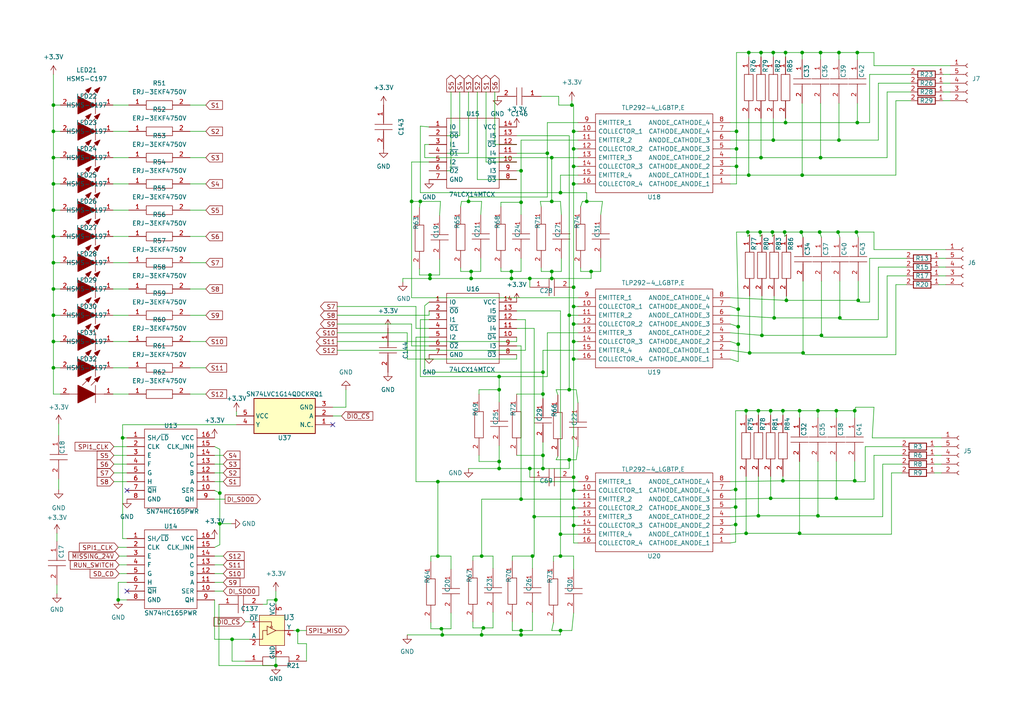
<source format=kicad_sch>
(kicad_sch (version 20230121) (generator eeschema)
  (paper "A4")
  (title_block (title "Digital Inputs") (date "2023-02-24") (company "OPA Foundation"))
  (junction (at 227.584 67.31))
  (junction (at 166.37 138.43))
  (junction (at 162.56 182.88))
  (junction (at 214.122 99.822))
  (junction (at 80.01 173.99))
  (junction (at 119.38 58.42))
  (junction (at 121.92 58.42))
  (junction (at 242.57 144.526))
  (junction (at 144.78 109.22))
  (junction (at 128.27 184.15))
  (junction (at 166.37 38.1))
  (junction (at 224.536 92.202))
  (junction (at 139.7 161.29))
  (junction (at 217.17 15.24))
  (junction (at 213.614 38.1))
  (junction (at 148.336 78.74))
  (junction (at 15.494 83.82))
  (junction (at 151.13 58.674))
  (junction (at 15.494 68.58))
  (junction (at 220.472 67.31))
  (junction (at 220.98 97.282))
  (junction (at 227.838 15.24))
  (junction (at 238.252 97.282))
  (junction (at 237.998 15.24))
  (junction (at 214.122 94.742))
  (junction (at 214.122 89.662))
  (junction (at 227.076 139.446))
  (junction (at 151.13 49.53))
  (junction (at 157.48 114.3))
  (junction (at 165.1 133.35))
  (junction (at 160.02 58.42))
  (junction (at 63.754 143.002))
  (junction (at 166.37 53.34))
  (junction (at 231.902 154.686))
  (junction (at 15.494 30.48))
  (junction (at 216.408 119.126))
  (junction (at 232.918 102.362))
  (junction (at 153.67 135.89))
  (junction (at 127 161.29))
  (junction (at 228.092 87.122))
  (junction (at 217.17 50.8))
  (junction (at 157.48 132.08))
  (junction (at 248.412 67.31))
  (junction (at 15.494 45.72))
  (junction (at 247.904 119.126))
  (junction (at 170.18 58.42))
  (junction (at 224.028 67.31))
  (junction (at 15.494 91.44))
  (junction (at 151.13 184.15))
  (junction (at 232.664 15.24))
  (junction (at 15.494 60.96))
  (junction (at 165.1 91.44))
  (junction (at 220.726 15.24))
  (junction (at 213.614 48.26))
  (junction (at 232.664 50.8))
  (junction (at 136.652 80.772))
  (junction (at 237.744 67.31))
  (junction (at 139.7 184.15))
  (junction (at 157.48 135.89))
  (junction (at 237.998 45.72))
  (junction (at 165.862 30.48))
  (junction (at 231.902 119.126))
  (junction (at 124.714 80.772))
  (junction (at 144.78 135.89))
  (junction (at 166.37 104.14))
  (junction (at 15.494 99.06))
  (junction (at 15.494 53.34))
  (junction (at 216.408 154.686))
  (junction (at 223.52 144.526))
  (junction (at 154.432 161.29))
  (junction (at 160.02 45.72))
  (junction (at 158.75 44.45))
  (junction (at 243.332 15.24))
  (junction (at 15.494 76.2))
  (junction (at 227.838 35.56))
  (junction (at 127 139.7))
  (junction (at 220.726 45.72))
  (junction (at 165.1 113.03))
  (junction (at 135.89 58.42))
  (junction (at 166.37 48.26))
  (junction (at 154.94 149.86))
  (junction (at 217.424 102.362))
  (junction (at 86.36 182.88))
  (junction (at 213.36 141.986))
  (junction (at 237.236 119.126))
  (junction (at 237.236 149.606))
  (junction (at 67.31 185.42))
  (junction (at 153.67 80.772))
  (junction (at 166.37 83.312))
  (junction (at 35.56 127))
  (junction (at 151.13 144.78))
  (junction (at 166.37 43.18))
  (junction (at 243.078 67.31))
  (junction (at 166.37 88.9))
  (junction (at 224.282 40.64))
  (junction (at 213.36 152.146))
  (junction (at 171.45 78.74))
  (junction (at 148.336 80.772))
  (junction (at 166.37 142.24))
  (junction (at 15.494 106.68))
  (junction (at 128.016 182.372))
  (junction (at 166.37 93.98))
  (junction (at 166.37 99.06))
  (junction (at 248.92 87.122))
  (junction (at 243.586 92.202))
  (junction (at 166.37 147.32))
  (junction (at 219.964 149.606))
  (junction (at 243.332 40.64))
  (junction (at 162.56 154.94))
  (junction (at 140.208 182.118))
  (junction (at 248.666 15.24))
  (junction (at 157.48 107.95))
  (junction (at 213.614 43.18))
  (junction (at 224.282 15.24))
  (junction (at 80.01 193.04))
  (junction (at 144.78 133.858))
  (junction (at 162.56 161.29))
  (junction (at 160.02 80.772))
  (junction (at 227.076 119.126))
  (junction (at 162.56 55.88))
  (junction (at 219.964 119.126))
  (junction (at 232.41 67.31))
  (junction (at 15.494 38.1))
  (junction (at 124.714 79.756))
  (junction (at 216.916 67.31))
  (junction (at 151.13 182.88))
  (junction (at 144.78 113.03))
  (junction (at 34.29 173.99))
  (junction (at 136.652 78.74))
  (junction (at 213.36 147.066))
  (junction (at 248.666 35.56))
  (junction (at 160.02 78.74))
  (junction (at 247.904 139.446))
  (junction (at 63.754 151.892))
  (junction (at 242.57 119.126))
  (junction (at 223.52 119.126))
  (junction (at 166.37 152.4))
  (no_connect (at 36.83 142.24))
  (no_connect (at 36.83 171.45))
  (no_connect (at 96.52 123.19))
  (wire (pts (xy 211.836 152.4) (xy 213.36 152.146)))
  (wire (pts (xy 144.78 109.22) (xy 144.78 113.03)))
  (wire (pts (xy 168.91 58.42) (xy 170.18 58.42)))
  (wire (pts (xy 88.9 186.69) (xy 86.36 186.69)))
  (wire (pts (xy 148.59 161.29) (xy 148.59 162.56)))
  (wire (pts (xy 68.58 119.38) (xy 68.58 120.65)))
  (wire (pts (xy 211.836 144.78) (xy 223.52 144.526)))
  (wire (pts (xy 258.572 137.16) (xy 261.62 137.16)))
  (wire (pts (xy 144.78 133.858) (xy 144.78 135.89)))
  (wire (pts (xy 133.604 77.724) (xy 133.604 78.74)))
  (wire (pts (xy 15.494 68.58) (xy 15.494 76.2)))
  (wire (pts (xy 136.652 80.772) (xy 148.336 80.772)))
  (wire (pts (xy 97.79 96.52) (xy 118.11 96.52)))
  (wire (pts (xy 275.59 21.59) (xy 273.558 21.59)))
  (wire (pts (xy 233.426 102.87) (xy 259.842 102.87)))
  (wire (pts (xy 248.666 15.24) (xy 253.492 15.24)))
  (wire (pts (xy 161.798 132.334) (xy 161.29 133.35)))
  (wire (pts (xy 130.81 165.1) (xy 130.81 161.29)))
  (wire (pts (xy 138.43 52.07) (xy 149.86 52.07)))
  (wire (pts (xy 168.402 77.724) (xy 168.402 78.74)))
  (wire (pts (xy 228.092 85.852) (xy 228.092 87.122)))
  (wire (pts (xy 264.16 24.13) (xy 254.762 24.13)))
  (wire (pts (xy 158.75 35.56) (xy 158.75 44.45)))
  (wire (pts (xy 274.32 74.93) (xy 272.288 74.93)))
  (wire (pts (xy 166.37 152.4) (xy 167.64 152.4)))
  (wire (pts (xy 243.332 15.24) (xy 243.332 17.272)))
  (wire (pts (xy 127.508 79.756) (xy 124.714 79.756)))
  (wire (pts (xy 138.938 133.858) (xy 144.78 133.858)))
  (wire (pts (xy 133.858 58.42) (xy 135.89 58.42)))
  (wire (pts (xy 139.446 62.23) (xy 139.7 58.42)))
  (wire (pts (xy 220.472 67.31) (xy 220.472 68.58)))
  (wire (pts (xy 124.968 161.29) (xy 127 161.29)))
  (wire (pts (xy 121.92 58.42) (xy 121.666 60.198)))
  (wire (pts (xy 124.714 79.756) (xy 124.714 80.772)))
  (wire (pts (xy 80.01 190.5) (xy 80.01 193.04)))
  (wire (pts (xy 238.76 97.79) (xy 238.252 97.282)))
  (wire (pts (xy 136.652 78.74) (xy 136.652 80.772)))
  (wire (pts (xy 254.762 24.13) (xy 254.762 40.64)))
  (wire (pts (xy 228.092 87.122) (xy 248.92 87.122)))
  (wire (pts (xy 259.842 29.21) (xy 259.842 50.8)))
  (wire (pts (xy 120.65 88.9) (xy 120.65 95.25)))
  (wire (pts (xy 171.45 80.772) (xy 171.45 78.74)))
  (wire (pts (xy 161.29 113.03) (xy 165.1 113.03)))
  (wire (pts (xy 243.078 67.31) (xy 248.412 67.31)))
  (wire (pts (xy 237.236 119.126) (xy 242.57 119.126)))
  (wire (pts (xy 272.288 82.55) (xy 274.32 82.55)))
  (wire (pts (xy 227.076 119.126) (xy 227.076 120.396)))
  (wire (pts (xy 243.332 15.24) (xy 248.666 15.24)))
  (wire (pts (xy 138.43 26.67) (xy 138.43 52.07)))
  (wire (pts (xy 157.48 128.27) (xy 157.48 132.08)))
  (wire (pts (xy 211.836 101.6) (xy 217.424 102.362)))
  (wire (pts (xy 157.48 107.95) (xy 157.48 114.3)))
  (wire (pts (xy 148.59 180.34) (xy 148.59 182.88)))
  (wire (pts (xy 140.97 26.67) (xy 140.97 46.99)))
  (wire (pts (xy 167.64 35.56) (xy 158.75 35.56)))
  (wire (pts (xy 162.56 50.8) (xy 162.56 55.88)))
  (wire (pts (xy 34.29 168.91) (xy 34.29 173.99)))
  (wire (pts (xy 237.998 45.72) (xy 257.302 45.72)))
  (wire (pts (xy 71.12 191.77) (xy 67.31 191.77)))
  (wire (pts (xy 253.492 19.05) (xy 275.59 19.05)))
  (wire (pts (xy 145.288 77.724) (xy 145.288 78.74)))
  (wire (pts (xy 55.118 53.34) (xy 59.69 53.34)))
  (wire (pts (xy 237.998 29.972) (xy 237.998 45.72)))
  (wire (pts (xy 149.86 95.25) (xy 154.94 95.25)))
  (wire (pts (xy 119.38 58.42) (xy 121.92 58.42)))
  (wire (pts (xy 67.31 185.42) (xy 72.39 185.42)))
  (wire (pts (xy 55.118 106.68) (xy 59.69 106.68)))
  (wire (pts (xy 211.836 147.32) (xy 213.36 147.066)))
  (wire (pts (xy 252.222 21.59) (xy 252.222 35.56)))
  (wire (pts (xy 232.41 67.31) (xy 232.918 68.834)))
  (wire (pts (xy 227.584 67.31) (xy 227.584 68.58)))
  (wire (pts (xy 127 139.7) (xy 167.64 139.7)))
  (wire (pts (xy 121.666 77.978) (xy 121.666 79.756)))
  (wire (pts (xy 233.426 102.87) (xy 232.918 102.362)))
  (wire (pts (xy 88.9 191.77) (xy 88.9 186.69)))
  (wire (pts (xy 211.836 142.24) (xy 213.36 141.986)))
  (wire (pts (xy 216.408 120.396) (xy 216.408 119.126)))
  (wire (pts (xy 127 161.29) (xy 130.81 161.29)))
  (wire (pts (xy 243.332 40.64) (xy 254.762 40.64)))
  (wire (pts (xy 156.972 77.724) (xy 156.972 78.74)))
  (wire (pts (xy 238.252 81.534) (xy 238.252 97.282)))
  (wire (pts (xy 158.75 44.45) (xy 158.75 57.15)))
  (wire (pts (xy 213.614 15.24) (xy 213.614 38.1)))
  (wire (pts (xy 170.18 58.42) (xy 174.752 58.42)))
  (wire (pts (xy 120.65 95.25) (xy 124.46 95.25)))
  (wire (pts (xy 211.836 154.94) (xy 216.408 154.686)))
  (wire (pts (xy 227.838 15.24) (xy 227.838 16.51)))
  (wire (pts (xy 15.494 91.44) (xy 15.494 99.06)))
  (wire (pts (xy 137.16 180.34) (xy 137.16 182.118)))
  (wire (pts (xy 217.17 16.51) (xy 217.17 15.24)))
  (wire (pts (xy 139.7 184.15) (xy 151.13 184.15)))
  (wire (pts (xy 166.37 142.24) (xy 167.64 142.24)))
  (wire (pts (xy 220.98 85.852) (xy 220.98 97.282)))
  (wire (pts (xy 55.118 114.3) (xy 59.69 114.3)))
  (wire (pts (xy 257.302 80.01) (xy 257.302 97.79)))
  (wire (pts (xy 271.018 137.16) (xy 273.05 137.16)))
  (wire (pts (xy 213.36 152.146) (xy 213.36 157.226)))
  (wire (pts (xy 248.158 118.11) (xy 253.492 118.11)))
  (wire (pts (xy 174.244 62.23) (xy 174.752 58.42)))
  (wire (pts (xy 248.158 139.7) (xy 250.952 139.7)))
  (wire (pts (xy 152.4 101.6) (xy 152.4 92.71)))
  (wire (pts (xy 124.46 97.79) (xy 120.65 97.79)))
  (wire (pts (xy 135.89 44.45) (xy 124.46 44.45)))
  (wire (pts (xy 15.494 60.96) (xy 15.494 68.58)))
  (wire (pts (xy 148.336 78.74) (xy 145.288 78.74)))
  (wire (pts (xy 254.762 77.47) (xy 254.762 92.71)))
  (wire (pts (xy 63.754 143.002) (xy 63.754 151.892)))
  (wire (pts (xy 166.37 152.4) (xy 166.37 147.32)))
  (wire (pts (xy 162.56 90.17) (xy 149.86 90.17)))
  (wire (pts (xy 149.86 49.53) (xy 151.13 49.53)))
  (wire (pts (xy 34.29 173.99) (xy 36.83 173.99)))
  (wire (pts (xy 220.726 15.24) (xy 224.282 15.24)))
  (wire (pts (xy 211.836 139.7) (xy 227.076 139.446)))
  (wire (pts (xy 249.428 87.63) (xy 248.92 87.122)))
  (wire (pts (xy 165.862 30.48) (xy 166.37 30.48)))
  (wire (pts (xy 15.494 106.68) (xy 17.526 106.68)))
  (wire (pts (xy 166.37 93.98) (xy 167.64 93.98)))
  (wire (pts (xy 162.814 78.74) (xy 160.02 78.74)))
  (wire (pts (xy 160.02 78.74) (xy 160.02 80.772)))
  (wire (pts (xy 166.37 142.24) (xy 166.37 138.43)))
  (wire (pts (xy 34.544 161.29) (xy 36.83 161.29)))
  (wire (pts (xy 34.29 158.75) (xy 36.83 158.75)))
  (wire (pts (xy 36.83 168.91) (xy 34.29 168.91)))
  (wire (pts (xy 264.16 21.59) (xy 252.222 21.59)))
  (wire (pts (xy 237.744 67.31) (xy 243.078 67.31)))
  (wire (pts (xy 244.094 92.71) (xy 254.762 92.71)))
  (wire (pts (xy 161.29 133.35) (xy 165.1 133.35)))
  (wire (pts (xy 160.02 58.42) (xy 162.56 58.42)))
  (wire (pts (xy 165.1 91.44) (xy 165.1 39.37)))
  (wire (pts (xy 273.05 134.62) (xy 271.018 134.62)))
  (wire (pts (xy 62.23 168.91) (xy 64.77 168.91)))
  (wire (pts (xy 166.37 165.1) (xy 166.37 161.29)))
  (wire (pts (xy 160.02 80.772) (xy 171.45 80.772)))
  (wire (pts (xy 119.38 86.36) (xy 167.64 86.36)))
  (wire (pts (xy 262.89 77.47) (xy 254.762 77.47)))
  (wire (pts (xy 219.964 119.126) (xy 223.52 119.126)))
  (wire (pts (xy 259.842 82.55) (xy 262.89 82.55)))
  (wire (pts (xy 166.37 48.26) (xy 167.64 48.26)))
  (wire (pts (xy 166.37 38.1) (xy 167.64 38.1)))
  (wire (pts (xy 127 139.7) (xy 127 161.29)))
  (wire (pts (xy 85.09 182.88) (xy 86.36 182.88)))
  (wire (pts (xy 116.84 80.772) (xy 116.84 81.788)))
  (wire (pts (xy 217.17 34.29) (xy 217.17 50.8)))
  (wire (pts (xy 15.494 53.34) (xy 17.526 53.34)))
  (wire (pts (xy 148.59 182.88) (xy 151.13 182.88)))
  (wire (pts (xy 121.92 36.576) (xy 124.46 36.83)))
  (wire (pts (xy 217.17 50.8) (xy 232.664 50.8)))
  (wire (pts (xy 149.86 97.79) (xy 149.86 99.06)))
  (wire (pts (xy 242.824 144.78) (xy 242.57 144.526)))
  (wire (pts (xy 149.86 114.3) (xy 157.48 114.3)))
  (wire (pts (xy 63.5 193.04) (xy 80.01 193.04)))
  (wire (pts (xy 166.37 53.34) (xy 166.37 48.26)))
  (wire (pts (xy 123.19 45.72) (xy 123.19 41.91)))
  (wire (pts (xy 162.56 182.88) (xy 162.56 184.15)))
  (wire (pts (xy 128.27 182.88) (xy 128.27 184.15)))
  (wire (pts (xy 160.02 182.88) (xy 162.56 182.88)))
  (wire (pts (xy 211.836 93.98) (xy 214.122 94.742)))
  (wire (pts (xy 153.67 80.772) (xy 160.02 80.772)))
  (wire (pts (xy 62.23 137.16) (xy 64.77 137.16)))
  (wire (pts (xy 62.23 173.99) (xy 62.23 185.42)))
  (wire (pts (xy 237.49 149.86) (xy 256.032 149.86)))
  (wire (pts (xy 138.938 113.03) (xy 144.78 113.03)))
  (wire (pts (xy 68.58 123.19) (xy 35.56 123.19)))
  (wire (pts (xy 119.38 58.42) (xy 119.38 46.99)))
  (wire (pts (xy 211.836 86.36) (xy 228.092 87.122)))
  (wire (pts (xy 211.836 43.18) (xy 213.614 43.18)))
  (wire (pts (xy 250.952 129.54) (xy 250.952 139.7)))
  (wire (pts (xy 55.118 68.58) (xy 59.69 68.58)))
  (wire (pts (xy 158.75 57.15) (xy 135.89 57.15)))
  (wire (pts (xy 135.89 26.67) (xy 135.89 44.45)))
  (wire (pts (xy 223.52 138.176) (xy 223.52 144.526)))
  (wire (pts (xy 139.7 182.88) (xy 139.7 184.15)))
  (wire (pts (xy 15.494 45.72) (xy 15.494 53.34)))
  (wire (pts (xy 33.02 139.7) (xy 36.83 139.7)))
  (wire (pts (xy 227.584 68.58) (xy 228.092 68.072)))
  (wire (pts (xy 248.92 81.534) (xy 248.92 87.122)))
  (wire (pts (xy 154.432 164.846) (xy 154.432 161.29)))
  (wire (pts (xy 224.536 85.852) (xy 224.536 92.202)))
  (wire (pts (xy 15.494 60.96) (xy 17.526 60.96)))
  (wire (pts (xy 97.79 88.9) (xy 120.65 88.9)))
  (wire (pts (xy 232.664 29.972) (xy 232.664 50.8)))
  (wire (pts (xy 166.37 99.06) (xy 167.64 99.06)))
  (wire (pts (xy 213.614 67.31) (xy 214.122 89.662)))
  (wire (pts (xy 261.62 129.54) (xy 250.952 129.54)))
  (wire (pts (xy 166.37 83.312) (xy 166.37 53.34)))
  (wire (pts (xy 97.79 93.98) (xy 119.38 93.98)))
  (wire (pts (xy 211.836 104.14) (xy 214.122 104.902)))
  (wire (pts (xy 216.408 154.686) (xy 231.902 154.686)))
  (wire (pts (xy 151.13 74.93) (xy 151.13 78.74)))
  (wire (pts (xy 273.05 129.54) (xy 271.018 129.54)))
  (wire (pts (xy 130.81 26.67) (xy 130.81 49.53)))
  (wire (pts (xy 274.32 80.01) (xy 272.288 80.01)))
  (wire (pts (xy 166.37 53.34) (xy 167.64 53.34)))
  (wire (pts (xy 32.766 30.48) (xy 37.338 30.48)))
  (wire (pts (xy 252.222 74.93) (xy 252.222 87.63)))
  (wire (pts (xy 232.918 81.534) (xy 232.918 102.362)))
  (wire (pts (xy 167.64 157.48) (xy 166.37 157.48)))
  (wire (pts (xy 149.86 102.87) (xy 149.86 104.14)))
  (wire (pts (xy 62.23 132.08) (xy 64.77 132.08)))
  (wire (pts (xy 256.032 134.62) (xy 256.032 149.86)))
  (wire (pts (xy 224.028 67.31) (xy 227.584 67.31)))
  (wire (pts (xy 213.614 67.31) (xy 216.916 67.31)))
  (wire (pts (xy 16.51 169.672) (xy 16.51 172.212)))
  (wire (pts (xy 248.666 35.56) (xy 252.222 35.56)))
  (wire (pts (xy 151.13 182.88) (xy 151.13 184.15)))
  (wire (pts (xy 151.13 100.33) (xy 151.13 144.78)))
  (wire (pts (xy 211.836 88.9) (xy 214.122 89.662)))
  (wire (pts (xy 227.076 138.176) (xy 227.076 139.446)))
  (wire (pts (xy 100.33 118.11) (xy 96.52 118.11)))
  (wire (pts (xy 275.59 24.13) (xy 273.558 24.13)))
  (wire (pts (xy 167.64 116.84) (xy 167.132 113.03)))
  (wire (pts (xy 128.27 184.15) (xy 139.7 184.15)))
  (wire (pts (xy 97.79 99.06) (xy 149.86 99.06)))
  (wire (pts (xy 166.37 38.1) (xy 166.37 30.48)))
  (wire (pts (xy 121.92 58.42) (xy 127.762 58.42)))
  (wire (pts (xy 214.122 89.662) (xy 214.122 94.742)))
  (wire (pts (xy 243.586 81.534) (xy 243.586 92.202)))
  (wire (pts (xy 248.412 67.31) (xy 253.492 67.31)))
  (wire (pts (xy 162.56 161.29) (xy 166.37 161.29)))
  (wire (pts (xy 120.65 139.7) (xy 127 139.7)))
  (wire (pts (xy 274.32 77.47) (xy 272.288 77.47)))
  (wire (pts (xy 244.094 92.71) (xy 243.586 92.202)))
  (wire (pts (xy 32.766 99.06) (xy 37.338 99.06)))
  (wire (pts (xy 248.158 139.7) (xy 247.904 139.446)))
  (wire (pts (xy 130.81 182.372) (xy 128.016 182.372)))
  (wire (pts (xy 33.02 129.54) (xy 36.83 129.54)))
  (wire (pts (xy 15.494 38.1) (xy 17.526 38.1)))
  (wire (pts (xy 143.002 177.546) (xy 143.002 182.118)))
  (wire (pts (xy 160.528 180.594) (xy 160.02 182.88)))
  (wire (pts (xy 162.814 62.23) (xy 162.56 58.42)))
  (wire (pts (xy 167.64 144.78) (xy 151.13 144.78)))
  (wire (pts (xy 248.666 29.972) (xy 248.666 35.56)))
  (wire (pts (xy 160.02 45.72) (xy 123.19 45.72)))
  (wire (pts (xy 140.97 46.99) (xy 149.86 46.99)))
  (wire (pts (xy 167.64 40.64) (xy 151.13 40.64)))
  (wire (pts (xy 62.23 163.83) (xy 64.77 163.83)))
  (wire (pts (xy 124.968 161.29) (xy 124.968 162.814)))
  (wire (pts (xy 152.4 92.71) (xy 149.86 92.71)))
  (wire (pts (xy 62.23 166.37) (xy 64.77 166.37)))
  (wire (pts (xy 148.336 80.772) (xy 153.67 80.772)))
  (wire (pts (xy 253.492 132.08) (xy 253.492 144.78)))
  (wire (pts (xy 227.838 15.24) (xy 232.664 15.24)))
  (wire (pts (xy 167.64 129.54) (xy 167.132 133.35)))
  (wire (pts (xy 116.84 80.772) (xy 124.714 80.772)))
  (wire (pts (xy 158.75 109.22) (xy 158.75 96.52)))
  (wire (pts (xy 242.57 133.858) (xy 242.57 144.526)))
  (wire (pts (xy 165.862 29.21) (xy 165.862 30.48)))
  (wire (pts (xy 217.424 102.362) (xy 232.918 102.362)))
  (wire (pts (xy 211.836 48.26) (xy 213.614 48.26)))
  (wire (pts (xy 167.64 101.6) (xy 157.48 101.6)))
  (wire (pts (xy 62.23 134.62) (xy 64.77 134.62)))
  (wire (pts (xy 32.766 114.3) (xy 37.338 114.3)))
  (wire (pts (xy 34.544 163.83) (xy 36.83 163.83)))
  (wire (pts (xy 15.494 45.72) (xy 17.526 45.72)))
  (wire (pts (xy 128.27 182.88) (xy 128.016 182.372)))
  (wire (pts (xy 220.726 34.29) (xy 220.726 45.72)))
  (wire (pts (xy 217.17 15.24) (xy 220.726 15.24)))
  (wire (pts (xy 151.13 182.88) (xy 154.432 182.88)))
  (wire (pts (xy 63.754 151.892) (xy 67.056 151.892)))
  (wire (pts (xy 15.494 76.2) (xy 17.526 76.2)))
  (wire (pts (xy 135.89 135.89) (xy 144.78 135.89)))
  (wire (pts (xy 262.89 80.01) (xy 257.302 80.01)))
  (wire (pts (xy 253.492 72.39) (xy 274.32 72.39)))
  (wire (pts (xy 145.288 58.674) (xy 151.13 58.674)))
  (wire (pts (xy 139.446 74.93) (xy 139.446 78.74)))
  (wire (pts (xy 231.902 119.126) (xy 237.236 119.126)))
  (wire (pts (xy 15.494 114.3) (xy 17.526 114.3)))
  (wire (pts (xy 160.528 161.29) (xy 162.56 161.29)))
  (wire (pts (xy 216.916 67.31) (xy 220.472 67.31)))
  (wire (pts (xy 76.2 175.26) (xy 77.47 175.26)))
  (wire (pts (xy 211.836 35.56) (xy 227.838 35.56)))
  (wire (pts (xy 243.078 67.31) (xy 243.586 68.834)))
  (wire (pts (xy 33.02 132.08) (xy 36.83 132.08)))
  (wire (pts (xy 166.37 104.14) (xy 166.37 99.06)))
  (wire (pts (xy 162.56 154.94) (xy 162.56 161.29)))
  (wire (pts (xy 145.288 58.674) (xy 145.288 59.944)))
  (wire (pts (xy 124.46 91.44) (xy 124.46 90.17)))
  (wire (pts (xy 213.36 147.066) (xy 213.36 152.146)))
  (wire (pts (xy 15.494 53.34) (xy 15.494 60.96)))
  (wire (pts (xy 32.766 83.82) (xy 37.338 83.82)))
  (wire (pts (xy 166.37 147.32) (xy 166.37 142.24)))
  (wire (pts (xy 55.118 99.06) (xy 59.69 99.06)))
  (wire (pts (xy 144.78 129.286) (xy 144.78 133.858)))
  (wire (pts (xy 213.36 119.126) (xy 216.408 119.126)))
  (wire (pts (xy 138.938 132.08) (xy 138.938 133.858)))
  (wire (pts (xy 55.118 76.2) (xy 59.69 76.2)))
  (wire (pts (xy 124.714 80.772) (xy 136.652 80.772)))
  (wire (pts (xy 97.79 101.6) (xy 152.4 101.6)))
  (wire (pts (xy 232.156 154.94) (xy 231.902 154.686)))
  (wire (pts (xy 86.36 182.88) (xy 88.9 182.88)))
  (wire (pts (xy 211.836 50.8) (xy 217.17 50.8)))
  (wire (pts (xy 162.052 30.48) (xy 165.862 30.48)))
  (wire (pts (xy 227.838 35.56) (xy 248.666 35.56)))
  (wire (pts (xy 227.584 67.31) (xy 232.41 67.31)))
  (wire (pts (xy 62.23 142.24) (xy 63.754 143.002)))
  (wire (pts (xy 211.836 38.1) (xy 213.614 38.1)))
  (wire (pts (xy 166.37 147.32) (xy 167.64 147.32)))
  (wire (pts (xy 15.494 99.06) (xy 17.526 99.06)))
  (wire (pts (xy 157.48 101.6) (xy 157.48 107.95)))
  (wire (pts (xy 216.408 119.126) (xy 219.964 119.126)))
  (wire (pts (xy 211.836 45.72) (xy 220.726 45.72)))
  (wire (pts (xy 77.47 173.99) (xy 80.01 173.99)))
  (wire (pts (xy 148.59 161.29) (xy 154.432 161.29)))
  (wire (pts (xy 62.23 171.45) (xy 64.77 171.45)))
  (wire (pts (xy 167.64 154.94) (xy 162.56 154.94)))
  (wire (pts (xy 130.81 177.8) (xy 130.81 182.372)))
  (wire (pts (xy 121.92 55.88) (xy 162.56 55.88)))
  (wire (pts (xy 257.302 26.67) (xy 257.302 45.72)))
  (wire (pts (xy 32.766 38.1) (xy 37.338 38.1)))
  (wire (pts (xy 162.56 154.94) (xy 162.56 90.17)))
  (wire (pts (xy 161.29 113.03) (xy 161.798 114.554)))
  (wire (pts (xy 252.984 127) (xy 273.05 127)))
  (wire (pts (xy 15.494 38.1) (xy 15.494 45.72)))
  (wire (pts (xy 227.076 119.126) (xy 231.902 119.126)))
  (wire (pts (xy 213.614 38.1) (xy 213.614 43.18)))
  (wire (pts (xy 224.282 15.24) (xy 224.282 16.51)))
  (wire (pts (xy 55.118 60.96) (xy 59.69 60.96)))
  (wire (pts (xy 143.002 182.118) (xy 140.208 182.118)))
  (wire (pts (xy 143.51 26.67) (xy 143.51 41.91)))
  (wire (pts (xy 224.282 34.29) (xy 224.282 40.64)))
  (wire (pts (xy 15.494 99.06) (xy 15.494 106.68)))
  (wire (pts (xy 166.37 88.9) (xy 166.37 83.312)))
  (wire (pts (xy 171.45 78.74) (xy 168.402 78.74)))
  (wire (pts (xy 96.52 120.65) (xy 99.06 120.65)))
  (wire (pts (xy 160.02 45.72) (xy 160.02 58.42)))
  (wire (pts (xy 220.472 67.31) (xy 224.028 67.31)))
  (wire (pts (xy 151.13 40.64) (xy 151.13 49.53)))
  (wire (pts (xy 168.91 58.42) (xy 168.402 59.944)))
  (wire (pts (xy 153.67 135.89) (xy 153.67 138.43)))
  (wire (pts (xy 120.65 97.79) (xy 120.65 139.7)))
  (wire (pts (xy 140.208 182.118) (xy 137.16 182.118)))
  (wire (pts (xy 219.964 149.606) (xy 237.236 149.606)))
  (wire (pts (xy 35.56 156.21) (xy 36.83 156.21)))
  (wire (pts (xy 232.156 154.94) (xy 258.572 154.94)))
  (wire (pts (xy 144.78 109.22) (xy 158.75 109.22)))
  (wire (pts (xy 15.494 30.48) (xy 15.494 38.1)))
  (wire (pts (xy 232.664 15.24) (xy 232.664 17.272)))
  (wire (pts (xy 62.23 185.42) (xy 67.31 185.42)))
  (wire (pts (xy 119.38 100.33) (xy 124.46 100.33)))
  (wire (pts (xy 139.446 78.74) (xy 136.652 78.74)))
  (wire (pts (xy 32.766 45.72) (xy 37.338 45.72)))
  (wire (pts (xy 165.1 133.35) (xy 165.1 135.89)))
  (wire (pts (xy 137.16 161.29) (xy 137.16 162.56)))
  (wire (pts (xy 166.37 43.18) (xy 167.64 43.18)))
  (wire (pts (xy 166.37 138.43) (xy 166.37 104.14)))
  (wire (pts (xy 211.836 157.48) (xy 213.36 157.226)))
  (wire (pts (xy 237.236 119.126) (xy 237.236 121.158)))
  (wire (pts (xy 162.56 182.88) (xy 165.862 182.88)))
  (wire (pts (xy 151.13 58.674) (xy 151.13 62.23)))
  (wire (pts (xy 219.964 119.126) (xy 219.964 120.396)))
  (wire (pts (xy 62.23 158.75) (xy 63.754 157.988)))
  (wire (pts (xy 220.726 15.24) (xy 220.726 16.51)))
  (wire (pts (xy 15.494 83.82) (xy 17.526 83.82)))
  (wire (pts (xy 261.62 132.08) (xy 253.492 132.08)))
  (wire (pts (xy 153.67 135.89) (xy 157.48 135.89)))
  (wire (pts (xy 77.47 175.26) (xy 77.47 173.99)))
  (wire (pts (xy 15.494 30.48) (xy 17.526 30.48)))
  (wire (pts (xy 119.38 46.99) (xy 124.46 46.99)))
  (wire (pts (xy 35.56 123.19) (xy 35.56 127)))
  (wire (pts (xy 15.494 76.2) (xy 15.494 83.82)))
  (wire (pts (xy 154.432 161.29) (xy 154.94 161.29)))
  (wire (pts (xy 220.726 45.72) (xy 237.998 45.72)))
  (wire (pts (xy 213.614 43.18) (xy 213.614 48.26)))
  (wire (pts (xy 232.41 67.31) (xy 237.744 67.31)))
  (wire (pts (xy 264.16 29.21) (xy 259.842 29.21)))
  (wire (pts (xy 167.64 45.72) (xy 160.02 45.72)))
  (wire (pts (xy 124.714 79.756) (xy 121.666 79.756)))
  (wire (pts (xy 156.718 58.42) (xy 160.02 58.42)))
  (wire (pts (xy 216.916 68.58) (xy 217.424 68.072)))
  (wire (pts (xy 253.492 19.05) (xy 253.492 15.24)))
  (wire (pts (xy 174.244 78.74) (xy 171.45 78.74)))
  (wire (pts (xy 121.92 92.71) (xy 121.92 109.22)))
  (wire (pts (xy 213.614 48.26) (xy 213.614 53.34)))
  (wire (pts (xy 211.836 149.86) (xy 219.964 149.606)))
  (wire (pts (xy 36.83 127) (xy 35.56 127)))
  (wire (pts (xy 224.028 68.58) (xy 224.536 68.072)))
  (wire (pts (xy 16.51 154.686) (xy 16.51 156.972)))
  (wire (pts (xy 139.7 182.88) (xy 140.208 182.118)))
  (wire (pts (xy 167.64 149.86) (xy 154.94 149.86)))
  (wire (pts (xy 167.64 91.44) (xy 165.1 91.44)))
  (wire (pts (xy 158.75 96.52) (xy 167.64 96.52)))
  (wire (pts (xy 157.48 132.08) (xy 157.48 135.89)))
  (wire (pts (xy 32.766 106.68) (xy 37.338 106.68)))
  (wire (pts (xy 62.23 144.78) (xy 65.278 144.78)))
  (wire (pts (xy 144.78 135.89) (xy 153.67 135.89)))
  (wire (pts (xy 32.766 68.58) (xy 37.338 68.58)))
  (wire (pts (xy 224.282 40.64) (xy 243.332 40.64)))
  (wire (pts (xy 166.37 93.98) (xy 166.37 88.9)))
  (wire (pts (xy 127.508 62.484) (xy 127.762 58.42)))
  (wire (pts (xy 248.158 118.11) (xy 247.904 119.126)))
  (wire (pts (xy 262.89 74.93) (xy 252.222 74.93)))
  (wire (pts (xy 213.36 141.986) (xy 213.36 147.066)))
  (wire (pts (xy 165.1 39.37) (xy 149.86 39.37)))
  (wire (pts (xy 275.59 29.21) (xy 273.558 29.21)))
  (wire (pts (xy 166.37 99.06) (xy 166.37 93.98)))
  (wire (pts (xy 214.122 94.742) (xy 214.122 99.822)))
  (wire (pts (xy 100.33 113.03) (xy 100.33 118.11)))
  (wire (pts (xy 227.076 139.446) (xy 247.904 139.446)))
  (wire (pts (xy 63.5 175.26) (xy 63.5 193.04)))
  (wire (pts (xy 217.424 85.852) (xy 217.424 102.362)))
  (wire (pts (xy 243.332 29.972) (xy 243.332 40.64)))
  (wire (pts (xy 127.508 75.184) (xy 127.508 79.756)))
  (wire (pts (xy 148.336 78.74) (xy 148.336 80.772)))
  (wire (pts (xy 213.614 15.24) (xy 217.17 15.24)))
  (wire (pts (xy 71.12 180.34) (xy 72.39 180.34)))
  (wire (pts (xy 232.664 15.24) (xy 237.998 15.24)))
  (wire (pts (xy 67.31 191.77) (xy 67.31 185.42)))
  (wire (pts (xy 162.56 55.88) (xy 170.18 55.88)))
  (wire (pts (xy 166.37 104.14) (xy 167.64 104.14)))
  (wire (pts (xy 242.57 119.126) (xy 242.57 121.158)))
  (wire (pts (xy 123.19 41.91) (xy 124.46 41.91)))
  (wire (pts (xy 17.018 122.936) (xy 17.018 126.238)))
  (wire (pts (xy 151.13 144.78) (xy 139.7 144.78)))
  (wire (pts (xy 247.904 133.858) (xy 247.904 139.446)))
  (wire (pts (xy 136.652 78.74) (xy 133.604 78.74)))
  (wire (pts (xy 97.79 91.44) (xy 124.46 91.44)))
  (wire (pts (xy 237.236 133.858) (xy 237.236 149.606)))
  (wire (pts (xy 237.744 67.31) (xy 238.252 68.834)))
  (wire (pts (xy 231.902 119.126) (xy 231.902 121.158)))
  (wire (pts (xy 121.92 36.576) (xy 121.92 55.88)))
  (wire (pts (xy 118.11 184.15) (xy 128.27 184.15)))
  (wire (pts (xy 86.36 186.69) (xy 86.36 182.88)))
  (wire (pts (xy 33.02 134.62) (xy 36.83 134.62)))
  (wire (pts (xy 118.11 104.14) (xy 149.86 104.14)))
  (wire (pts (xy 156.718 58.42) (xy 156.972 59.944)))
  (wire (pts (xy 165.1 91.44) (xy 165.1 113.03)))
  (wire (pts (xy 143.002 164.846) (xy 143.002 161.29)))
  (wire (pts (xy 135.89 57.15) (xy 135.89 58.42)))
  (wire (pts (xy 62.23 129.54) (xy 63.754 130.302)))
  (wire (pts (xy 130.81 49.53) (xy 124.46 49.53)))
  (wire (pts (xy 124.46 92.71) (xy 121.92 92.71)))
  (wire (pts (xy 137.16 161.29) (xy 139.7 161.29)))
  (wire (pts (xy 170.18 55.88) (xy 170.18 58.42)))
  (wire (pts (xy 253.492 72.39) (xy 253.492 67.31)))
  (wire (pts (xy 248.666 15.24) (xy 248.666 17.272)))
  (wire (pts (xy 231.902 133.858) (xy 231.902 154.686)))
  (wire (pts (xy 162.814 74.93) (xy 162.814 78.74)))
  (wire (pts (xy 138.938 113.03) (xy 138.938 114.3)))
  (wire (pts (xy 55.118 83.82) (xy 59.69 83.82)))
  (wire (pts (xy 32.766 53.34) (xy 37.338 53.34)))
  (wire (pts (xy 139.7 161.29) (xy 143.002 161.29)))
  (wire (pts (xy 211.836 91.44) (xy 224.536 92.202)))
  (wire (pts (xy 258.572 154.94) (xy 258.572 137.16)))
  (wire (pts (xy 128.016 182.372) (xy 124.968 182.372)))
  (wire (pts (xy 158.75 44.45) (xy 149.86 44.45)))
  (wire (pts (xy 248.412 67.31) (xy 248.92 68.834)))
  (wire (pts (xy 15.494 21.59) (xy 15.494 30.48)))
  (wire (pts (xy 237.998 15.24) (xy 237.998 17.272)))
  (wire (pts (xy 157.48 114.3) (xy 157.48 115.57)))
  (wire (pts (xy 237.998 15.24) (xy 243.332 15.24)))
  (wire (pts (xy 242.57 119.126) (xy 247.904 119.126)))
  (wire (pts (xy 119.38 86.36) (xy 119.38 58.42)))
  (wire (pts (xy 157.48 135.89) (xy 165.1 135.89)))
  (wire (pts (xy 211.836 53.34) (xy 213.614 53.34)))
  (wire (pts (xy 214.122 99.822) (xy 214.122 104.902)))
  (wire (pts (xy 242.824 144.78) (xy 253.492 144.78)))
  (wire (pts (xy 227.838 34.29) (xy 227.838 35.56)))
  (wire (pts (xy 211.836 99.06) (xy 214.122 99.822)))
  (wire (pts (xy 33.02 137.16) (xy 36.83 137.16)))
  (wire (pts (xy 219.964 138.176) (xy 219.964 149.606)))
  (wire (pts (xy 32.766 91.44) (xy 37.338 91.44)))
  (wire (pts (xy 62.23 161.29) (xy 64.77 161.29)))
  (wire (pts (xy 123.19 88.646) (xy 124.46 87.63)))
  (wire (pts (xy 144.78 116.586) (xy 144.78 113.03)))
  (wire (pts (xy 261.62 134.62) (xy 256.032 134.62)))
  (wire (pts (xy 237.49 149.86) (xy 237.236 149.606)))
  (wire (pts (xy 15.494 106.68) (xy 15.494 114.3)))
  (wire (pts (xy 34.544 166.37) (xy 36.83 166.37)))
  (wire (pts (xy 166.37 43.18) (xy 166.37 38.1)))
  (wire (pts (xy 224.028 67.31) (xy 224.028 68.58)))
  (wire (pts (xy 166.37 88.9) (xy 167.64 88.9)))
  (wire (pts (xy 154.94 149.86) (xy 154.94 95.25)))
  (wire (pts (xy 224.536 92.202) (xy 243.586 92.202)))
  (wire (pts (xy 174.244 74.93) (xy 174.244 78.74)))
  (wire (pts (xy 264.16 26.67) (xy 257.302 26.67)))
  (wire (pts (xy 166.37 157.48) (xy 166.37 152.4)))
  (wire (pts (xy 211.836 96.52) (xy 220.98 97.282)))
  (wire (pts (xy 224.282 15.24) (xy 227.838 15.24)))
  (wire (pts (xy 223.52 144.526) (xy 242.57 144.526)))
  (wire (pts (xy 55.118 45.72) (xy 59.69 45.72)))
  (wire (pts (xy 160.02 78.74) (xy 156.972 78.74)))
  (wire (pts (xy 133.858 58.42) (xy 133.604 59.944)))
  (wire (pts (xy 15.494 83.82) (xy 15.494 91.44)))
  (wire (pts (xy 139.7 144.78) (xy 139.7 161.29)))
  (wire (pts (xy 135.89 58.42) (xy 139.7 58.42)))
  (wire (pts (xy 63.754 151.892) (xy 63.754 157.988)))
  (wire (pts (xy 220.98 97.282) (xy 238.252 97.282)))
  (wire (pts (xy 124.968 180.594) (xy 124.968 182.372)))
  (wire (pts (xy 223.52 119.126) (xy 227.076 119.126)))
  (wire (pts (xy 63.754 130.302) (xy 63.754 143.002)))
  (wire (pts (xy 162.052 27.94) (xy 162.052 30.48)))
  (wire (pts (xy 55.118 38.1) (xy 59.69 38.1)))
  (wire (pts (xy 166.37 177.8) (xy 165.862 182.88)))
  (wire (pts (xy 119.38 93.98) (xy 119.38 100.33)))
  (wire (pts (xy 253.492 118.11) (xy 252.984 127)))
  (wire (pts (xy 216.408 138.176) (xy 216.408 154.686)))
  (wire (pts (xy 133.35 26.67) (xy 133.35 39.37)))
  (wire (pts (xy 153.67 83.312) (xy 153.67 80.772)))
  (wire (pts (xy 220.472 68.58) (xy 220.98 68.072)))
  (wire (pts (xy 166.37 48.26) (xy 166.37 43.18)))
  (wire (pts (xy 160.528 161.29) (xy 160.528 162.814)))
  (wire (pts (xy 167.64 50.8) (xy 162.56 50.8)))
  (wire (pts (xy 55.118 91.44) (xy 59.69 91.44)))
  (wire (pts (xy 17.018 138.938) (xy 17.018 141.986)))
  (wire (pts (xy 273.05 132.08) (xy 271.018 132.08)))
  (wire (pts (xy 223.52 119.126) (xy 223.52 120.396)))
  (wire (pts (xy 249.428 87.63) (xy 252.222 87.63)))
  (wire (pts (xy 123.19 107.95) (xy 157.48 107.95)))
  (wire (pts (xy 62.23 139.7) (xy 64.77 139.7)))
  (wire (pts (xy 213.36 119.126) (xy 213.36 141.986)))
  (wire (pts (xy 32.766 76.2) (xy 37.338 76.2)))
  (wire (pts (xy 143.51 41.91) (xy 149.86 41.91)))
  (wire (pts (xy 151.13 184.15) (xy 162.56 184.15)))
  (wire (pts (xy 15.494 91.44) (xy 17.526 91.44)))
  (wire (pts (xy 80.01 173.99) (xy 80.01 175.26)))
  (wire (pts (xy 151.13 49.53) (xy 151.13 58.674)))
  (wire (pts (xy 121.92 109.22) (xy 144.78 109.22)))
  (wire (pts (xy 275.59 26.67) (xy 273.558 26.67)))
  (wire (pts (xy 35.56 127) (xy 35.56 156.21)))
  (wire (pts (xy 151.13 78.74) (xy 148.336 78.74)))
  (wire (pts (xy 156.972 27.94) (xy 162.052 27.94)))
  (wire (pts (xy 216.916 68.58) (xy 216.916 67.31)))
  (wire (pts (xy 133.35 39.37) (xy 124.46 39.37)))
  (wire (pts (xy 118.11 96.52) (xy 118.11 104.14)))
  (wire (pts (xy 165.1 113.03) (xy 167.132 113.03)))
  (wire (pts (xy 154.432 177.546) (xy 154.432 182.88)))
  (wire (pts (xy 211.836 40.64) (xy 224.282 40.64)))
  (wire (pts (xy 55.118 30.48) (xy 59.69 30.48)))
  (wire (pts (xy 151.13 100.33) (xy 149.86 100.33)))
  (wire (pts (xy 149.86 132.08) (xy 157.48 132.08)))
  (wire (pts (xy 32.766 60.96) (xy 37.338 60.96)))
  (wire (pts (xy 165.1 133.35) (xy 167.132 133.35)))
  (wire (pts (xy 123.19 88.646) (xy 123.19 107.95)))
  (wire (pts (xy 80.01 171.45) (xy 80.01 173.99)))
  (wire (pts (xy 247.904 119.126) (xy 247.904 121.158)))
  (wire (pts (xy 154.94 149.86) (xy 154.94 161.29)))
  (wire (pts (xy 15.494 68.58) (xy 17.526 68.58)))
  (wire (pts (xy 232.664 50.8) (xy 259.842 50.8)))
  (wire (pts (xy 259.842 102.87) (xy 259.842 82.55)))
  (wire (pts (xy 238.76 97.79) (xy 257.302 97.79)))
  (global_label "S7" (shape output) (at 97.79 88.9 180) (property "Intersheetrefs" "${INTERSHEET_REFS}" (effects hide)))
  (global_label "S3" (shape output) (at 135.89 26.67 90) (property "Intersheetrefs" "${INTERSHEET_REFS}" (effects hide)))
  (global_label "S11" (shape input) (at 59.69 106.68 0) (property "Intersheetrefs" "${INTERSHEET_REFS}" (effects hide)))
  (global_label "S1" (shape input) (at 59.69 30.48 0) (property "Intersheetrefs" "${INTERSHEET_REFS}" (effects hide)))
  (global_label "S10" (shape input) (at 59.69 99.06 0) (property "Intersheetrefs" "${INTERSHEET_REFS}" (effects hide)))
  (global_label "S9" (shape input) (at 64.77 168.91 0) (property "Intersheetrefs" "${INTERSHEET_REFS}" (effects hide)))
  (global_label "RUN_SWITCH" (shape input) (at 34.544 163.83 180) (property "Intersheetrefs" "${INTERSHEET_REFS}" (effects hide)))
  (global_label "S1" (shape input) (at 64.77 139.7 0) (property "Intersheetrefs" "${INTERSHEET_REFS}" (effects hide)))
  (global_label "S6" (shape input) (at 33.02 134.62 180) (property "Intersheetrefs" "${INTERSHEET_REFS}" (effects hide)))
  (global_label "S12" (shape output) (at 97.79 101.6 180) (property "Intersheetrefs" "${INTERSHEET_REFS}" (effects hide)))
  (global_label "S5" (shape output) (at 130.81 26.67 90) (property "Intersheetrefs" "${INTERSHEET_REFS}" (effects hide)))
  (global_label "SPI1_CLK" (shape input) (at 34.29 158.75 180) (property "Intersheetrefs" "${INTERSHEET_REFS}" (effects hide)))
  (global_label "S3" (shape input) (at 64.77 134.62 0) (property "Intersheetrefs" "${INTERSHEET_REFS}" (effects hide)))
  (global_label "S3" (shape input) (at 59.69 45.72 0) (property "Intersheetrefs" "${INTERSHEET_REFS}" (effects hide)))
  (global_label "S12" (shape input) (at 59.69 114.3 0) (property "Intersheetrefs" "${INTERSHEET_REFS}" (effects hide)))
  (global_label "S4" (shape input) (at 64.77 132.08 0) (property "Intersheetrefs" "${INTERSHEET_REFS}" (effects hide)))
  (global_label "S8" (shape output) (at 97.79 91.44 180) (property "Intersheetrefs" "${INTERSHEET_REFS}" (effects hide)))
  (global_label "~{MISSING_24V}" (shape input) (at 34.544 161.29 180) (property "Intersheetrefs" "${INTERSHEET_REFS}" (effects hide)))
  (global_label "DI_SDO0" (shape output) (at 65.278 144.78 0) (property "Intersheetrefs" "${INTERSHEET_REFS}" (effects hide)))
  (global_label "S2" (shape output) (at 138.43 26.67 90) (property "Intersheetrefs" "${INTERSHEET_REFS}" (effects hide)))
  (global_label "S12" (shape input) (at 64.77 161.29 0) (property "Intersheetrefs" "${INTERSHEET_REFS}" (effects hide)))
  (global_label "S1" (shape output) (at 140.97 26.67 90) (property "Intersheetrefs" "${INTERSHEET_REFS}" (effects hide)))
  (global_label "S6" (shape output) (at 143.51 26.67 90) (property "Intersheetrefs" "${INTERSHEET_REFS}" (effects hide)))
  (global_label "~{DIO_CS}" (shape input) (at 99.06 120.65 0) (property "Intersheetrefs" "${INTERSHEET_REFS}" (effects hide)))
  (global_label "S10" (shape output) (at 97.79 96.52 180) (property "Intersheetrefs" "${INTERSHEET_REFS}" (effects hide)))
  (global_label "S5" (shape input) (at 33.02 132.08 180) (property "Intersheetrefs" "${INTERSHEET_REFS}" (effects hide)))
  (global_label "S2" (shape input) (at 64.77 137.16 0) (property "Intersheetrefs" "${INTERSHEET_REFS}" (effects hide)))
  (global_label "S4" (shape input) (at 59.69 53.34 0) (property "Intersheetrefs" "${INTERSHEET_REFS}" (effects hide)))
  (global_label "SD_CD" (shape input) (at 34.544 166.37 180) (property "Intersheetrefs" "${INTERSHEET_REFS}" (effects hide)))
  (global_label "DI_SDO0" (shape input) (at 64.77 171.45 0) (property "Intersheetrefs" "${INTERSHEET_REFS}" (effects hide)))
  (global_label "S11" (shape input) (at 64.77 163.83 0) (property "Intersheetrefs" "${INTERSHEET_REFS}" (effects hide)))
  (global_label "S9" (shape input) (at 59.69 91.44 0) (property "Intersheetrefs" "${INTERSHEET_REFS}" (effects hide)))
  (global_label "S9" (shape output) (at 97.79 93.98 180) (property "Intersheetrefs" "${INTERSHEET_REFS}" (effects hide)))
  (global_label "S8" (shape input) (at 33.02 139.7 180) (property "Intersheetrefs" "${INTERSHEET_REFS}" (effects hide)))
  (global_label "S7" (shape input) (at 59.69 76.2 0) (property "Intersheetrefs" "${INTERSHEET_REFS}" (effects hide)))
  (global_label "SPI1_MISO" (shape output) (at 88.9 182.88 0) (property "Intersheetrefs" "${INTERSHEET_REFS}" (effects hide)))
  (global_label "S5" (shape input) (at 59.69 60.96 0) (property "Intersheetrefs" "${INTERSHEET_REFS}" (effects hide)))
  (global_label "S7" (shape input) (at 33.02 137.16 180) (property "Intersheetrefs" "${INTERSHEET_REFS}" (effects hide)))
  (global_label "S6" (shape input) (at 59.69 68.58 0) (property "Intersheetrefs" "${INTERSHEET_REFS}" (effects hide)))
  (global_label "SPI1_CLK" (shape input) (at 33.02 129.54 180) (property "Intersheetrefs" "${INTERSHEET_REFS}" (effects hide)))
  (global_label "S8" (shape input) (at 59.69 83.82 0) (property "Intersheetrefs" "${INTERSHEET_REFS}" (effects hide)))
  (global_label "S4" (shape output) (at 133.35 26.67 90) (property "Intersheetrefs" "${INTERSHEET_REFS}" (effects hide)))
  (global_label "~{DIO_CS}" (shape input) (at 71.12 180.34 180) (property "Intersheetrefs" "${INTERSHEET_REFS}" (effects hide)))
  (global_label "S11" (shape output) (at 97.79 99.06 180) (property "Intersheetrefs" "${INTERSHEET_REFS}" (effects hide)))
  (global_label "S2" (shape input) (at 59.69 38.1 0) (property "Intersheetrefs" "${INTERSHEET_REFS}" (effects hide)))
  (global_label "S10" (shape input) (at 64.77 166.37 0) (property "Intersheetrefs" "${INTERSHEET_REFS}" (effects hide)))
  (symbol (lib_id "RC0805JR-071K2L:RC0805JR-071K2L") (at 220.726 16.51 90) (mirror x) (unit 1)
    (property "Reference" "R79" (at 221.996 21.082 0) (effects (justify right)))
    (property "Value" "RC0805JR-071K2L" (effects hide))
    (property "Footprint" "Resistor_SMD:R_0805_2012Metric" (effects hide))
    (property "Datasheet" "https://datasheet.datasheetarchive.com/originals/distributors/Datasheets_SAMA/902f9e387b938f871d31120f5fc1d65e.pdf" (effects hide))
    (property "Description" "YAGEO - RC0805JR-071K2L - RES, THICK FILM, 1K2, 5%, 0.125W, 0805" (effects hide))
    (property "Height" "0.6" (effects hide))
    (property "Manufacturer_Name" "KEMET" (effects hide))
    (property "Manufacturer_Part_Number" "RC0805JR-071K2L" (effects hide))
    (property "Mouser Part Number" "603-RC0805JR-071K2L" (effects hide))
    (property "Mouser Price/Stock" "https://www.mouser.co.uk/ProductDetail/YAGEO/RC0805JR-071K2L?qs=m6lXFsvg5e37BgTmCR2WJg%3D%3D" (effects hide))
    (property "Arrow Part Number" "RC0805JR-071K2L" (effects hide))
    (property "Arrow Price/Stock" "https://www.arrow.com/en/products/rc0805jr-071k2l/yageo?region=nac" (effects hide))
  )
  (symbol (lib_id "power:GND") (at 34.29 173.99 0) (unit 1)
    (property "Reference" "#PWR0208" (effects hide))
    (property "Value" "GND" (at 34.29 179.07 0))
  )
  (symbol (lib_id "ERJ-3EKF4750V:ERJ-3EKF4750V") (at 37.338 68.58 0) (unit 1)
    (property "Reference" "R56" (at 46.228 62.23 0))
    (property "Value" "ERJ-3EKF4750V" (at 46.228 64.77 0))
    (property "Footprint" "Resistor_SMD:R_0603_1608Metric" (effects hide))
    (property "Datasheet" "https://industrial.panasonic.com/cdbs/www-data/pdf/RDA0000/AOA0000C304.pdf" (effects hide))
    (property "Description" "Precision Thick Film Chip Resistor, 0603, 0.1W" (effects hide))
    (property "Height" "0.55" (effects hide))
    (property "Manufacturer_Name" "Panasonic" (effects hide))
    (property "Manufacturer_Part_Number" "ERJ-3EKF4750V" (effects hide))
    (property "Mouser Part Number" "667-ERJ-3EKF4750V" (effects hide))
    (property "Mouser Price/Stock" "https://www.mouser.co.uk/ProductDetail/Panasonic/ERJ-3EKF4750V?qs=MVjVSMjNRMrErrb2HSOJmg%3D%3D" (effects hide))
    (property "Arrow Part Number" "ERJ-3EKF4750V" (effects hide))
    (property "Arrow Price/Stock" "https://www.arrow.com/en/products/erj-3ekf4750v/panasonic" (effects hide))
  )
  (symbol (lib_id "RC0805JR-071K2L:RC0805JR-071K2L") (at 217.17 16.51 90) (mirror x) (unit 1)
    (property "Reference" "R76" (at 218.44 21.082 0) (effects (justify right)))
    (property "Value" "RC0805JR-071K2L" (effects hide))
    (property "Footprint" "Resistor_SMD:R_0805_2012Metric" (effects hide))
    (property "Datasheet" "https://datasheet.datasheetarchive.com/originals/distributors/Datasheets_SAMA/902f9e387b938f871d31120f5fc1d65e.pdf" (effects hide))
    (property "Description" "YAGEO - RC0805JR-071K2L - RES, THICK FILM, 1K2, 5%, 0.125W, 0805" (effects hide))
    (property "Height" "0.6" (effects hide))
    (property "Manufacturer_Name" "KEMET" (effects hide))
    (property "Manufacturer_Part_Number" "RC0805JR-071K2L" (effects hide))
    (property "Mouser Part Number" "603-RC0805JR-071K2L" (effects hide))
    (property "Mouser Price/Stock" "https://www.mouser.co.uk/ProductDetail/YAGEO/RC0805JR-071K2L?qs=m6lXFsvg5e37BgTmCR2WJg%3D%3D" (effects hide))
    (property "Arrow Part Number" "RC0805JR-071K2L" (effects hide))
    (property "Arrow Price/Stock" "https://www.arrow.com/en/products/rc0805jr-071k2l/yageo?region=nac" (effects hide))
  )
  (symbol (lib_id "Components:WF25P302JTL") (at 268.732 24.13 0) (unit 1)
    (property "Reference" "R26" (at 268.732 24.13 0))
    (property "Value" "CRM2512-JW-302ELF" (effects hide))
    (property "Footprint" "custom:WF25P302JTL" (effects hide))
  )
  (symbol (lib_id "HT-191:HT-191NB-YYYY") (at 32.766 53.34 0) (mirror y) (unit 1)
    (property "Reference" "LED24" (at 25.146 43.18 0))
    (property "Value" "HSMS-C197" (at 25.146 45.72 0))
    (property "Footprint" "footprints:LEDC1608X60N" (effects hide))
    (property "Datasheet" "https://datasheet.octopart.com/HT-191TW-Harvatek-datasheet-11745710.pdf" (effects hide))
    (property "Description" "Top-emitting 0603 (1608) HT-191 Series" (effects hide))
    (property "Height" "0.6" (effects hide))
    (property "Manufacturer_Name" "Harvatek" (effects hide))
    (property "Manufacturer_Part_Number" "HSMS-C197" (effects hide))
  )
  (symbol (lib_id "power:+3.3V") (at 15.494 21.59 0) (unit 1)
    (property "Reference" "#PWR047" (effects hide))
    (property "Value" "+3.3V" (at 15.494 16.51 0))
  )
  (symbol (lib_id "GRM155R71H104KE14D:GRM155R71H104KE14D") (at 112.522 95.25 270) (unit 1)
    (property "Reference" "C144" (at 117.602 101.6 0))
    (property "Value" "GRM155R71H104KE14D" (effects hide))
    (property "Footprint" "Capacitor_SMD:C_0402_1005Metric" (effects hide))
    (property "Datasheet" "https://datasheet.datasheetarchive.com/originals/distributors/DKDS-10/191322.pdf" (effects hide))
    (property "Description" "Multilayer Ceramic Capacitors MLCC - SMD/SMT 0402 0.1uF 50volts X7R 10%" (effects hide))
    (property "Height" "0.55" (effects hide))
    (property "Manufacturer_Name" "Murata Electronics" (effects hide))
    (property "Manufacturer_Part_Number" "GRM155R71H104KE14D" (effects hide))
    (property "Mouser Part Number" "81-GRM155R71H104KE4D" (effects hide))
    (property "Mouser Price/Stock" "https://www.mouser.co.uk/ProductDetail/Murata-Electronics/GRM155R71H104KE14D?qs=2UZY3JfgLCy9gG9icKV9Yg%3D%3D" (effects hide))
    (property "Arrow Part Number" "GRM155R71H104KE14D" (effects hide))
    (property "Arrow Price/Stock" "https://www.arrow.com/en/products/grm155r71h104ke14d/murata-manufacturing?region=nac" (effects hide))
  )
  (symbol (lib_id "ERJ-3EKF4750V:ERJ-3EKF4750V") (at 37.338 60.96 0) (unit 1)
    (property "Reference" "R55" (at 46.228 54.61 0))
    (property "Value" "ERJ-3EKF4750V" (at 46.228 57.15 0))
    (property "Footprint" "Resistor_SMD:R_0603_1608Metric" (effects hide))
    (property "Datasheet" "https://industrial.panasonic.com/cdbs/www-data/pdf/RDA0000/AOA0000C304.pdf" (effects hide))
    (property "Description" "Precision Thick Film Chip Resistor, 0603, 0.1W" (effects hide))
    (property "Height" "0.55" (effects hide))
    (property "Manufacturer_Name" "Panasonic" (effects hide))
    (property "Manufacturer_Part_Number" "ERJ-3EKF4750V" (effects hide))
    (property "Mouser Part Number" "667-ERJ-3EKF4750V" (effects hide))
    (property "Mouser Price/Stock" "https://www.mouser.co.uk/ProductDetail/Panasonic/ERJ-3EKF4750V?qs=MVjVSMjNRMrErrb2HSOJmg%3D%3D" (effects hide))
    (property "Arrow Part Number" "ERJ-3EKF4750V" (effects hide))
    (property "Arrow Price/Stock" "https://www.arrow.com/en/products/erj-3ekf4750v/panasonic" (effects hide))
  )
  (symbol (lib_id "RC0805JR-071K2L:RC0805JR-071K2L") (at 220.98 68.072 90) (mirror x) (unit 1)
    (property "Reference" "R80" (at 222.25 72.644 0) (effects (justify right)))
    (property "Value" "RC0805JR-071K2L" (effects hide))
    (property "Footprint" "Resistor_SMD:R_0805_2012Metric" (effects hide))
    (property "Datasheet" "https://datasheet.datasheetarchive.com/originals/distributors/Datasheets_SAMA/902f9e387b938f871d31120f5fc1d65e.pdf" (effects hide))
    (property "Description" "YAGEO - RC0805JR-071K2L - RES, THICK FILM, 1K2, 5%, 0.125W, 0805" (effects hide))
    (property "Height" "0.6" (effects hide))
    (property "Manufacturer_Name" "KEMET" (effects hide))
    (property "Manufacturer_Part_Number" "RC0805JR-071K2L" (effects hide))
    (property "Mouser Part Number" "603-RC0805JR-071K2L" (effects hide))
    (property "Mouser Price/Stock" "https://www.mouser.co.uk/ProductDetail/YAGEO/RC0805JR-071K2L?qs=m6lXFsvg5e37BgTmCR2WJg%3D%3D" (effects hide))
    (property "Arrow Part Number" "RC0805JR-071K2L" (effects hide))
    (property "Arrow Price/Stock" "https://www.arrow.com/en/products/rc0805jr-071k2l/yageo?region=nac" (effects hide))
  )
  (symbol (lib_id "HT-191:HT-191NB-YYYY") (at 32.766 30.48 0) (mirror y) (unit 1)
    (property "Reference" "LED21" (at 25.146 20.32 0))
    (property "Value" "HSMS-C197" (at 25.146 22.86 0))
    (property "Footprint" "footprints:LEDC1608X60N" (effects hide))
    (property "Datasheet" "https://datasheet.octopart.com/HT-191TW-Harvatek-datasheet-11745710.pdf" (effects hide))
    (property "Description" "Top-emitting 0603 (1608) HT-191 Series" (effects hide))
    (property "Height" "0.6" (effects hide))
    (property "Manufacturer_Name" "Harvatek" (effects hide))
    (property "Manufacturer_Part_Number" "HSMS-C197" (effects hide))
  )
  (symbol (lib_id "Components:WF25P302JTL") (at 267.462 82.55 0) (unit 1)
    (property "Reference" "R20" (at 267.462 82.55 0))
    (property "Value" "CRM2512-JW-302ELF" (effects hide))
    (property "Footprint" "custom:WF25P302JTL" (effects hide))
  )
  (symbol (lib_id "GCM21BR72A104KA37L:GCM21BR72A104KA37L") (at 243.586 68.834 90) (mirror x) (unit 1)
    (property "Reference" "C40" (at 244.856 74.168 0) (effects (justify right)))
    (property "Value" "GCM21BR72A104KA37L" (effects hide))
    (property "Footprint" "Capacitor_SMD:C_0805_2012Metric" (effects hide))
    (property "Datasheet" "https://psearch.en.murata.com/capacitor/product/GCM21BR72A104KA37%23.html" (effects hide))
    (property "Description" "Ceramic  SMT capacitor 100nF 100Vdc Murata 100nF Multilayer Ceramic Capacitor (MLCC) 100 V dc +/-10% X7R dielectric GCM Surface Mount max op. temp. +125C" (effects hide))
    (property "Height" "1.4" (effects hide))
    (property "Manufacturer_Name" "Murata Electronics" (effects hide))
    (property "Manufacturer_Part_Number" "GCM21BR72A104KA37L" (effects hide))
    (property "Mouser Part Number" "81-GCM21BR72A104KA7L" (effects hide))
    (property "Mouser Price/Stock" "https://www.mouser.co.uk/ProductDetail/Murata-Electronics/GCM21BR72A104KA37L?qs=aEuGZpxfbxU57i7kalIPTw%3D%3D" (effects hide))
    (property "Arrow Part Number" "GCM21BR72A104KA37L" (effects hide))
    (property "Arrow Price/Stock" "https://www.arrow.com/en/products/gcm21br72a104ka37l/murata-manufacturing?region=nac" (effects hide))
  )
  (symbol (lib_id "GCM21BR72A104KA37L:GCM21BR72A104KA37L") (at 232.664 17.272 90) (mirror x) (unit 1)
    (property "Reference" "C33" (at 233.934 22.606 0) (effects (justify right)))
    (property "Value" "GCM21BR72A104KA37L" (effects hide))
    (property "Footprint" "Capacitor_SMD:C_0805_2012Metric" (effects hide))
    (property "Datasheet" "https://psearch.en.murata.com/capacitor/product/GCM21BR72A104KA37%23.html" (effects hide))
    (property "Description" "Ceramic  SMT capacitor 100nF 100Vdc Murata 100nF Multilayer Ceramic Capacitor (MLCC) 100 V dc +/-10% X7R dielectric GCM Surface Mount max op. temp. +125C" (effects hide))
    (property "Height" "1.4" (effects hide))
    (property "Manufacturer_Name" "Murata Electronics" (effects hide))
    (property "Manufacturer_Part_Number" "GCM21BR72A104KA37L" (effects hide))
    (property "Mouser Part Number" "81-GCM21BR72A104KA7L" (effects hide))
    (property "Mouser Price/Stock" "https://www.mouser.co.uk/ProductDetail/Murata-Electronics/GCM21BR72A104KA37L?qs=aEuGZpxfbxU57i7kalIPTw%3D%3D" (effects hide))
    (property "Arrow Part Number" "GCM21BR72A104KA37L" (effects hide))
    (property "Arrow Price/Stock" "https://www.arrow.com/en/products/gcm21br72a104ka37l/murata-manufacturing?region=nac" (effects hide))
  )
  (symbol (lib_id "GCM21BR72A104KA37L:GCM21BR72A104KA37L") (at 247.904 121.158 90) (mirror x) (unit 1)
    (property "Reference" "C41" (at 249.174 126.492 0) (effects (justify right)))
    (property "Value" "GCM21BR72A104KA37L" (effects hide))
    (property "Footprint" "Capacitor_SMD:C_0805_2012Metric" (effects hide))
    (property "Datasheet" "https://psearch.en.murata.com/capacitor/product/GCM21BR72A104KA37%23.html" (effects hide))
    (property "Description" "Ceramic  SMT capacitor 100nF 100Vdc Murata 100nF Multilayer Ceramic Capacitor (MLCC) 100 V dc +/-10% X7R dielectric GCM Surface Mount max op. temp. +125C" (effects hide))
    (property "Height" "1.4" (effects hide))
    (property "Manufacturer_Name" "Murata Electronics" (effects hide))
    (property "Manufacturer_Part_Number" "GCM21BR72A104KA37L" (effects hide))
    (property "Mouser Part Number" "81-GCM21BR72A104KA7L" (effects hide))
    (property "Mouser Price/Stock" "https://www.mouser.co.uk/ProductDetail/Murata-Electronics/GCM21BR72A104KA37L?qs=aEuGZpxfbxU57i7kalIPTw%3D%3D" (effects hide))
    (property "Arrow Part Number" "GCM21BR72A104KA37L" (effects hide))
    (property "Arrow Price/Stock" "https://www.arrow.com/en/products/gcm21br72a104ka37l/murata-manufacturing?region=nac" (effects hide))
  )
  (symbol (lib_id "ERJ-3EKF4750V:ERJ-3EKF4750V") (at 37.338 53.34 0) (unit 1)
    (property "Reference" "R54" (at 46.228 46.99 0))
    (property "Value" "ERJ-3EKF4750V" (at 46.228 49.53 0))
    (property "Footprint" "Resistor_SMD:R_0603_1608Metric" (effects hide))
    (property "Datasheet" "https://industrial.panasonic.com/cdbs/www-data/pdf/RDA0000/AOA0000C304.pdf" (effects hide))
    (property "Description" "Precision Thick Film Chip Resistor, 0603, 0.1W" (effects hide))
    (property "Height" "0.55" (effects hide))
    (property "Manufacturer_Name" "Panasonic" (effects hide))
    (property "Manufacturer_Part_Number" "ERJ-3EKF4750V" (effects hide))
    (property "Mouser Part Number" "667-ERJ-3EKF4750V" (effects hide))
    (property "Mouser Price/Stock" "https://www.mouser.co.uk/ProductDetail/Panasonic/ERJ-3EKF4750V?qs=MVjVSMjNRMrErrb2HSOJmg%3D%3D" (effects hide))
    (property "Arrow Part Number" "ERJ-3EKF4750V" (effects hide))
    (property "Arrow Price/Stock" "https://www.arrow.com/en/products/erj-3ekf4750v/panasonic" (effects hide))
  )
  (symbol (lib_id "RC0805JR-071K2L:RC0805JR-071K2L") (at 228.092 68.072 90) (mirror x) (unit 1)
    (property "Reference" "R86" (at 229.362 72.644 0) (effects (justify right)))
    (property "Value" "RC0805JR-071K2L" (effects hide))
    (property "Footprint" "Resistor_SMD:R_0805_2012Metric" (effects hide))
    (property "Datasheet" "https://datasheet.datasheetarchive.com/originals/distributors/Datasheets_SAMA/902f9e387b938f871d31120f5fc1d65e.pdf" (effects hide))
    (property "Description" "YAGEO - RC0805JR-071K2L - RES, THICK FILM, 1K2, 5%, 0.125W, 0805" (effects hide))
    (property "Height" "0.6" (effects hide))
    (property "Manufacturer_Name" "KEMET" (effects hide))
    (property "Manufacturer_Part_Number" "RC0805JR-071K2L" (effects hide))
    (property "Mouser Part Number" "603-RC0805JR-071K2L" (effects hide))
    (property "Mouser Price/Stock" "https://www.mouser.co.uk/ProductDetail/YAGEO/RC0805JR-071K2L?qs=m6lXFsvg5e37BgTmCR2WJg%3D%3D" (effects hide))
    (property "Arrow Part Number" "RC0805JR-071K2L" (effects hide))
    (property "Arrow Price/Stock" "https://www.arrow.com/en/products/rc0805jr-071k2l/yageo?region=nac" (effects hide))
  )
  (symbol (lib_id "GRM155R71H104KE14D:GRM155R71H104KE14D") (at 139.446 62.23 270) (unit 1)
    (property "Reference" "C21" (at 138.43 65.024 0) (effects (justify left)))
    (property "Value" "GRM155R71H104KE14D" (effects hide))
    (property "Footprint" "Capacitor_SMD:C_0402_1005Metric" (effects hide))
    (property "Datasheet" "https://datasheet.datasheetarchive.com/originals/distributors/DKDS-10/191322.pdf" (effects hide))
    (property "Description" "Multilayer Ceramic Capacitors MLCC - SMD/SMT 0402 0.1uF 50volts X7R 10%" (effects hide))
    (property "Height" "0.55" (effects hide))
    (property "Manufacturer_Name" "Murata Electronics" (effects hide))
    (property "Manufacturer_Part_Number" "GRM155R71H104KE14D" (effects hide))
    (property "Mouser Part Number" "81-GRM155R71H104KE4D" (effects hide))
    (property "Mouser Price/Stock" "https://www.mouser.co.uk/ProductDetail/Murata-Electronics/GRM155R71H104KE14D?qs=2UZY3JfgLCy9gG9icKV9Yg%3D%3D" (effects hide))
    (property "Arrow Part Number" "GRM155R71H104KE14D" (effects hide))
    (property "Arrow Price/Stock" "https://www.arrow.com/en/products/grm155r71h104ke14d/murata-manufacturing?region=nac" (effects hide))
  )
  (symbol (lib_id "power:+3.3V") (at 16.51 154.686 0) (unit 1)
    (property "Reference" "#PWR048" (effects hide))
    (property "Value" "+3.3V" (at 16.51 150.114 0))
  )
  (symbol (lib_id "ERJ-3EKF4750V:ERJ-3EKF4750V") (at 37.338 106.68 0) (unit 1)
    (property "Reference" "R61" (at 46.228 100.33 0))
    (property "Value" "ERJ-3EKF4750V" (at 46.228 102.87 0))
    (property "Footprint" "Resistor_SMD:R_0603_1608Metric" (effects hide))
    (property "Datasheet" "https://industrial.panasonic.com/cdbs/www-data/pdf/RDA0000/AOA0000C304.pdf" (effects hide))
    (property "Description" "Precision Thick Film Chip Resistor, 0603, 0.1W" (effects hide))
    (property "Height" "0.55" (effects hide))
    (property "Manufacturer_Name" "Panasonic" (effects hide))
    (property "Manufacturer_Part_Number" "ERJ-3EKF4750V" (effects hide))
    (property "Mouser Part Number" "667-ERJ-3EKF4750V" (effects hide))
    (property "Mouser Price/Stock" "https://www.mouser.co.uk/ProductDetail/Panasonic/ERJ-3EKF4750V?qs=MVjVSMjNRMrErrb2HSOJmg%3D%3D" (effects hide))
    (property "Arrow Part Number" "ERJ-3EKF4750V" (effects hide))
    (property "Arrow Price/Stock" "https://www.arrow.com/en/products/erj-3ekf4750v/panasonic" (effects hide))
  )
  (symbol (lib_name "Conn_01x05_Female_2") (lib_id "Connector:Conn_01x05_Female") (at 279.4 77.47 0) (unit 1)
    (property "Reference" "J6" (at 280.67 76.1999 0) (effects (justify left)))
    (property "Value" "284512-5" (effects hide))
    (property "Footprint" "footprints:SHDRRA5W82P0X350_1X5_1980X920X745P" (effects hide))
  )
  (symbol (lib_id "ERJ-3EKF1001V:ERJ-3EKF1001V") (at 161.798 114.554 270) (unit 1)
    (property "Reference" "R66" (at 160.782 117.094 0) (effects (justify left)))
    (property "Value" "ERJ-3EKF1001V" (effects hide))
    (property "Footprint" "Resistor_SMD:R_0603_1608Metric" (effects hide))
    (property "Datasheet" "https://industrial.panasonic.com/cdbs/www-data/pdf/RDA0000/AOA0000C304.pdf" (effects hide))
    (property "Description" "Thick Film 0603 resistor 1K00 100mW 1% Panasonic ERJ3EK Series Precision Thick Film Surface Mount Resistor 0603 Case 1kOhm  /-1% 0.1W  /-100ppm/degC" (effects hide))
    (property "Height" "0.55" (effects hide))
    (property "Manufacturer_Name" "Panasonic" (effects hide))
    (property "Manufacturer_Part_Number" "ERJ-3EKF1001V" (effects hide))
    (property "Mouser Part Number" "667-ERJ-3EKF1001V" (effects hide))
    (property "Mouser Price/Stock" "https://www.mouser.co.uk/ProductDetail/Panasonic/ERJ-3EKF1001V?qs=H7k1u0Mp9JTM8yQxOuvoDg%3D%3D" (effects hide))
    (property "Arrow Part Number" "ERJ-3EKF1001V" (effects hide))
    (property "Arrow Price/Stock" "https://www.arrow.com/en/products/erj-3ekf1001v/panasonic?region=nac" (effects hide))
  )
  (symbol (lib_id "ERJ-3EKF1001V:ERJ-3EKF1001V") (at 168.402 59.944 270) (unit 1)
    (property "Reference" "R74" (at 167.386 62.484 0) (effects (justify left)))
    (property "Value" "ERJ-3EKF1001V" (effects hide))
    (property "Footprint" "Resistor_SMD:R_0603_1608Metric" (effects hide))
    (property "Datasheet" "https://industrial.panasonic.com/cdbs/www-data/pdf/RDA0000/AOA0000C304.pdf" (effects hide))
    (property "Description" "Thick Film 0603 resistor 1K00 100mW 1% Panasonic ERJ3EK Series Precision Thick Film Surface Mount Resistor 0603 Case 1kOhm  /-1% 0.1W  /-100ppm/degC" (effects hide))
    (property "Height" "0.55" (effects hide))
    (property "Manufacturer_Name" "Panasonic" (effects hide))
    (property "Manufacturer_Part_Number" "ERJ-3EKF1001V" (effects hide))
    (property "Mouser Part Number" "667-ERJ-3EKF1001V" (effects hide))
    (property "Mouser Price/Stock" "https://www.mouser.co.uk/ProductDetail/Panasonic/ERJ-3EKF1001V?qs=H7k1u0Mp9JTM8yQxOuvoDg%3D%3D" (effects hide))
    (property "Arrow Part Number" "ERJ-3EKF1001V" (effects hide))
    (property "Arrow Price/Stock" "https://www.arrow.com/en/products/erj-3ekf1001v/panasonic?region=nac" (effects hide))
  )
  (symbol (lib_id "GRM155R71H104KE14D:GRM155R71H104KE14D") (at 166.37 165.1 270) (unit 1)
    (property "Reference" "C30" (at 165.354 167.894 0) (effects (justify left)))
    (property "Value" "GRM155R71H104KE14D" (effects hide))
    (property "Footprint" "Capacitor_SMD:C_0402_1005Metric" (effects hide))
    (property "Datasheet" "https://datasheet.datasheetarchive.com/originals/distributors/DKDS-10/191322.pdf" (effects hide))
    (property "Description" "Multilayer Ceramic Capacitors MLCC - SMD/SMT 0402 0.1uF 50volts X7R 10%" (effects hide))
    (property "Height" "0.55" (effects hide))
    (property "Manufacturer_Name" "Murata Electronics" (effects hide))
    (property "Manufacturer_Part_Number" "GRM155R71H104KE14D" (effects hide))
    (property "Mouser Part Number" "81-GRM155R71H104KE4D" (effects hide))
    (property "Mouser Price/Stock" "https://www.mouser.co.uk/ProductDetail/Murata-Electronics/GRM155R71H104KE14D?qs=2UZY3JfgLCy9gG9icKV9Yg%3D%3D" (effects hide))
    (property "Arrow Part Number" "GRM155R71H104KE14D" (effects hide))
    (property "Arrow Price/Stock" "https://www.arrow.com/en/products/grm155r71h104ke14d/murata-manufacturing?region=nac" (effects hide))
  )
  (symbol (lib_id "power:GND") (at 116.84 81.788 0) (unit 1)
    (property "Reference" "#PWR054" (effects hide))
    (property "Value" "GND" (at 117.094 86.614 0))
  )
  (symbol (lib_id "TLP292-4_LGBTP_E:TLP292-4_LGBTP,E") (at 189.738 148.844 180) (unit 1)
    (property "Reference" "U20" (at 189.738 161.29 0))
    (property "Value" "TLP292-4_LGBTP,E" (at 189.484 136.144 0))
    (property "Footprint" "footprints:SOIC127P700X230-16N" (effects hide))
    (property "Datasheet" "https://toshiba.semicon-storage.com/info/docget.jsp?did=15284" (effects hide))
    (property "Description" "Transistor Output Optocouplers 4ch Transistor opto coupler" (effects hide))
    (property "Height" "2.3" (effects hide))
    (property "Manufacturer_Name" "Toshiba" (effects hide))
    (property "Manufacturer_Part_Number" "TLP292-4(LGBTP,E" (effects hide))
    (property "Mouser Part Number" "757-TLP292-4LGBTPE" (effects hide))
    (property "Mouser Price/Stock" "https://www.mouser.co.uk/ProductDetail/Toshiba/TLP292-4LGBTPE?qs=U6BGiFaJGDuglZcF0rtOlQ%3D%3D" (effects hide))
    (property "Arrow Part Number" "TLP292-4(LGBTP,E" (effects hide))
    (property "Arrow Price/Stock" "https://www.arrow.com/en/products/tlp292-4-lgbtpe/toshiba?region=nac" (effects hide))
  )
  (symbol (lib_id "Connector:Conn_01x05_Female") (at 280.67 24.13 0) (unit 1)
    (property "Reference" "J7" (at 281.94 22.8599 0) (effects (justify left)))
    (property "Value" "284512-5" (effects hide))
    (property "Footprint" "footprints:SHDRRA5W82P0X350_1X5_1980X920X745P" (effects hide))
  )
  (symbol (lib_id "ERJ-3EKF1001V:ERJ-3EKF1001V") (at 148.59 162.56 270) (unit 1)
    (property "Reference" "R70" (at 147.574 165.1 0) (effects (justify left)))
    (property "Value" "ERJ-3EKF1001V" (effects hide))
    (property "Footprint" "Resistor_SMD:R_0603_1608Metric" (effects hide))
    (property "Datasheet" "https://industrial.panasonic.com/cdbs/www-data/pdf/RDA0000/AOA0000C304.pdf" (effects hide))
    (property "Description" "Thick Film 0603 resistor 1K00 100mW 1% Panasonic ERJ3EK Series Precision Thick Film Surface Mount Resistor 0603 Case 1kOhm  /-1% 0.1W  /-100ppm/degC" (effects hide))
    (property "Height" "0.55" (effects hide))
    (property "Manufacturer_Name" "Panasonic" (effects hide))
    (property "Manufacturer_Part_Number" "ERJ-3EKF1001V" (effects hide))
    (property "Mouser Part Number" "667-ERJ-3EKF1001V" (effects hide))
    (property "Mouser Price/Stock" "https://www.mouser.co.uk/ProductDetail/Panasonic/ERJ-3EKF1001V?qs=H7k1u0Mp9JTM8yQxOuvoDg%3D%3D" (effects hide))
    (property "Arrow Part Number" "ERJ-3EKF1001V" (effects hide))
    (property "Arrow Price/Stock" "https://www.arrow.com/en/products/erj-3ekf1001v/panasonic?region=nac" (effects hide))
  )
  (symbol (lib_id "HT-191:HT-191NB-YYYY") (at 32.766 91.44 0) (mirror y) (unit 1)
    (property "Reference" "LED29" (at 25.146 81.28 0))
    (property "Value" "HSMS-C197" (at 25.146 83.82 0))
    (property "Footprint" "footprints:LEDC1608X60N" (effects hide))
    (property "Datasheet" "https://datasheet.octopart.com/HT-191TW-Harvatek-datasheet-11745710.pdf" (effects hide))
    (property "Description" "Top-emitting 0603 (1608) HT-191 Series" (effects hide))
    (property "Height" "0.6" (effects hide))
    (property "Manufacturer_Name" "Harvatek" (effects hide))
    (property "Manufacturer_Part_Number" "HSMS-C197" (effects hide))
  )
  (symbol (lib_id "74LCX14MTC:74LCX14MTC") (at 124.46 87.63 0) (unit 1)
    (property "Reference" "U16" (at 137.16 83.82 0))
    (property "Value" "74LCX14MTCX" (at 136.906 107.188 0))
    (property "Footprint" "footprints:SOP65P640X120-14N" (effects hide))
    (property "Datasheet" "https://www.onsemi.com/pub/Collateral/74LCX14-D.pdf" (effects hide))
    (property "Description" "74LCX14MTC, CMOS Hex Schmitt Trigger Inverter, LCX, 24mA 2  3.6 V 14-Pin TSSOP" (effects hide))
    (property "Height" "1.2" (effects hide))
    (property "Manufacturer_Name" "onsemi" (effects hide))
    (property "Manufacturer_Part_Number" "74LCX14MTC" (effects hide))
    (property "Mouser Part Number" "512-74LCX14MTC" (effects hide))
    (property "Mouser Price/Stock" "https://www.mouser.co.uk/ProductDetail/ON-Semiconductor-Fairchild/74LCX14MTC?qs=vLO1xFsx9TE9lLDimIjc9w%3D%3D" (effects hide))
    (property "Arrow Part Number" "74LCX14MTC" (effects hide))
    (property "Arrow Price/Stock" "https://www.arrow.com/en/products/74lcx14mtc/on-semiconductor?region=europe" (effects hide))
  )
  (symbol (lib_id "power:GND") (at 100.33 113.03 180) (unit 1)
    (property "Reference" "#PWR0217" (effects hide))
    (property "Value" "GND" (at 100.33 107.95 0))
  )
  (symbol (lib_id "GCM21BR72A104KA37L:GCM21BR72A104KA37L") (at 248.666 17.272 90) (mirror x) (unit 1)
    (property "Reference" "C42" (at 249.936 22.606 0) (effects (justify right)))
    (property "Value" "GCM21BR72A104KA37L" (effects hide))
    (property "Footprint" "Capacitor_SMD:C_0805_2012Metric" (effects hide))
    (property "Datasheet" "https://psearch.en.murata.com/capacitor/product/GCM21BR72A104KA37%23.html" (effects hide))
    (property "Description" "Ceramic  SMT capacitor 100nF 100Vdc Murata 100nF Multilayer Ceramic Capacitor (MLCC) 100 V dc +/-10% X7R dielectric GCM Surface Mount max op. temp. +125C" (effects hide))
    (property "Height" "1.4" (effects hide))
    (property "Manufacturer_Name" "Murata Electronics" (effects hide))
    (property "Manufacturer_Part_Number" "GCM21BR72A104KA37L" (effects hide))
    (property "Mouser Part Number" "81-GCM21BR72A104KA7L" (effects hide))
    (property "Mouser Price/Stock" "https://www.mouser.co.uk/ProductDetail/Murata-Electronics/GCM21BR72A104KA37L?qs=aEuGZpxfbxU57i7kalIPTw%3D%3D" (effects hide))
    (property "Arrow Part Number" "GCM21BR72A104KA37L" (effects hide))
    (property "Arrow Price/Stock" "https://www.arrow.com/en/products/gcm21br72a104ka37l/murata-manufacturing?region=nac" (effects hide))
  )
  (symbol (lib_id "Components:WF25P302JTL") (at 268.732 21.59 0) (unit 1)
    (property "Reference" "R23" (at 268.732 21.59 0))
    (property "Value" "CRM2512-JW-302ELF" (effects hide))
    (property "Footprint" "custom:WF25P302JTL" (effects hide))
  )
  (symbol (lib_id "power:+3.3V") (at 111.252 30.48 0) (unit 1)
    (property "Reference" "#PWR0204" (effects hide))
    (property "Value" "+3.3V" (at 111.252 25.4 0))
  )
  (symbol (lib_id "GRM155R71H104KE14D:GRM155R71H104KE14D") (at 127.508 62.484 270) (unit 1)
    (property "Reference" "C19" (at 126.492 65.278 0) (effects (justify left)))
    (property "Value" "GRM155R71H104KE14D" (effects hide))
    (property "Footprint" "Capacitor_SMD:C_0402_1005Metric" (effects hide))
    (property "Datasheet" "https://datasheet.datasheetarchive.com/originals/distributors/DKDS-10/191322.pdf" (effects hide))
    (property "Description" "Multilayer Ceramic Capacitors MLCC - SMD/SMT 0402 0.1uF 50volts X7R 10%" (effects hide))
    (property "Height" "0.55" (effects hide))
    (property "Manufacturer_Name" "Murata Electronics" (effects hide))
    (property "Manufacturer_Part_Number" "GRM155R71H104KE14D" (effects hide))
    (property "Mouser Part Number" "81-GRM155R71H104KE4D" (effects hide))
    (property "Mouser Price/Stock" "https://www.mouser.co.uk/ProductDetail/Murata-Electronics/GRM155R71H104KE14D?qs=2UZY3JfgLCy9gG9icKV9Yg%3D%3D" (effects hide))
    (property "Arrow Part Number" "GRM155R71H104KE14D" (effects hide))
    (property "Arrow Price/Stock" "https://www.arrow.com/en/products/grm155r71h104ke14d/murata-manufacturing?region=nac" (effects hide))
  )
  (symbol (lib_id "RC0805JR-071K2L:RC0805JR-071K2L") (at 223.52 120.396 90) (mirror x) (unit 1)
    (property "Reference" "R81" (at 224.79 124.968 0) (effects (justify right)))
    (property "Value" "RC0805JR-071K2L" (effects hide))
    (property "Footprint" "Resistor_SMD:R_0805_2012Metric" (effects hide))
    (property "Datasheet" "https://datasheet.datasheetarchive.com/originals/distributors/Datasheets_SAMA/902f9e387b938f871d31120f5fc1d65e.pdf" (effects hide))
    (property "Description" "YAGEO - RC0805JR-071K2L - RES, THICK FILM, 1K2, 5%, 0.125W, 0805" (effects hide))
    (property "Height" "0.6" (effects hide))
    (property "Manufacturer_Name" "KEMET" (effects hide))
    (property "Manufacturer_Part_Number" "RC0805JR-071K2L" (effects hide))
    (property "Mouser Part Number" "603-RC0805JR-071K2L" (effects hide))
    (property "Mouser Price/Stock" "https://www.mouser.co.uk/ProductDetail/YAGEO/RC0805JR-071K2L?qs=m6lXFsvg5e37BgTmCR2WJg%3D%3D" (effects hide))
    (property "Arrow Part Number" "RC0805JR-071K2L" (effects hide))
    (property "Arrow Price/Stock" "https://www.arrow.com/en/products/rc0805jr-071k2l/yageo?region=nac" (effects hide))
  )
  (symbol (lib_id "GCM21BR72A104KA37L:GCM21BR72A104KA37L") (at 243.332 17.272 90) (mirror x) (unit 1)
    (property "Reference" "C39" (at 244.602 22.606 0) (effects (justify right)))
    (property "Value" "GCM21BR72A104KA37L" (effects hide))
    (property "Footprint" "Capacitor_SMD:C_0805_2012Metric" (effects hide))
    (property "Datasheet" "https://psearch.en.murata.com/capacitor/product/GCM21BR72A104KA37%23.html" (effects hide))
    (property "Description" "Ceramic  SMT capacitor 100nF 100Vdc Murata 100nF Multilayer Ceramic Capacitor (MLCC) 100 V dc +/-10% X7R dielectric GCM Surface Mount max op. temp. +125C" (effects hide))
    (property "Height" "1.4" (effects hide))
    (property "Manufacturer_Name" "Murata Electronics" (effects hide))
    (property "Manufacturer_Part_Number" "GCM21BR72A104KA37L" (effects hide))
    (property "Mouser Part Number" "81-GCM21BR72A104KA7L" (effects hide))
    (property "Mouser Price/Stock" "https://www.mouser.co.uk/ProductDetail/Murata-Electronics/GCM21BR72A104KA37L?qs=aEuGZpxfbxU57i7kalIPTw%3D%3D" (effects hide))
    (property "Arrow Part Number" "GCM21BR72A104KA37L" (effects hide))
    (property "Arrow Price/Stock" "https://www.arrow.com/en/products/gcm21br72a104ka37l/murata-manufacturing?region=nac" (effects hide))
  )
  (symbol (lib_id "Components:WF25P302JTL") (at 266.192 129.54 0) (unit 1)
    (property "Reference" "R3" (at 266.192 129.54 0))
    (property "Value" "CRM2512-JW-302ELF" (effects hide))
    (property "Footprint" "custom:WF25P302JTL" (effects hide))
  )
  (symbol (lib_id "GRM155R71H104KE14D:GRM155R71H104KE14D") (at 151.13 62.23 270) (unit 1)
    (property "Reference" "C24" (at 150.114 65.024 0) (effects (justify left)))
    (property "Value" "GRM155R71H104KE14D" (effects hide))
    (property "Footprint" "Capacitor_SMD:C_0402_1005Metric" (effects hide))
    (property "Datasheet" "https://datasheet.datasheetarchive.com/originals/distributors/DKDS-10/191322.pdf" (effects hide))
    (property "Description" "Multilayer Ceramic Capacitors MLCC - SMD/SMT 0402 0.1uF 50volts X7R 10%" (effects hide))
    (property "Height" "0.55" (effects hide))
    (property "Manufacturer_Name" "Murata Electronics" (effects hide))
    (property "Manufacturer_Part_Number" "GRM155R71H104KE14D" (effects hide))
    (property "Mouser Part Number" "81-GRM155R71H104KE4D" (effects hide))
    (property "Mouser Price/Stock" "https://www.mouser.co.uk/ProductDetail/Murata-Electronics/GRM155R71H104KE14D?qs=2UZY3JfgLCy9gG9icKV9Yg%3D%3D" (effects hide))
    (property "Arrow Part Number" "GRM155R71H104KE14D" (effects hide))
    (property "Arrow Price/Stock" "https://www.arrow.com/en/products/grm155r71h104ke14d/murata-manufacturing?region=nac" (effects hide))
  )
  (symbol (lib_id "GRM155R71H104KE14D:GRM155R71H104KE14D") (at 162.814 62.23 270) (unit 1)
    (property "Reference" "C27" (at 161.798 65.024 0) (effects (justify left)))
    (property "Value" "GRM155R71H104KE14D" (effects hide))
    (property "Footprint" "Capacitor_SMD:C_0402_1005Metric" (effects hide))
    (property "Datasheet" "https://datasheet.datasheetarchive.com/originals/distributors/DKDS-10/191322.pdf" (effects hide))
    (property "Description" "Multilayer Ceramic Capacitors MLCC - SMD/SMT 0402 0.1uF 50volts X7R 10%" (effects hide))
    (property "Height" "0.55" (effects hide))
    (property "Manufacturer_Name" "Murata Electronics" (effects hide))
    (property "Manufacturer_Part_Number" "GRM155R71H104KE14D" (effects hide))
    (property "Mouser Part Number" "81-GRM155R71H104KE4D" (effects hide))
    (property "Mouser Price/Stock" "https://www.mouser.co.uk/ProductDetail/Murata-Electronics/GRM155R71H104KE14D?qs=2UZY3JfgLCy9gG9icKV9Yg%3D%3D" (effects hide))
    (property "Arrow Part Number" "GRM155R71H104KE14D" (effects hide))
    (property "Arrow Price/Stock" "https://www.arrow.com/en/products/grm155r71h104ke14d/murata-manufacturing?region=nac" (effects hide))
  )
  (symbol (lib_id "power:GND") (at 16.51 172.212 0) (unit 1)
    (property "Reference" "#PWR049" (effects hide))
    (property "Value" "GND" (at 16.51 176.784 0))
  )
  (symbol (lib_id "HT-191:HT-191NB-YYYY") (at 32.766 114.3 0) (mirror y) (unit 1)
    (property "Reference" "LED32" (at 25.146 104.14 0))
    (property "Value" "HSMS-C197" (at 25.146 106.68 0))
    (property "Footprint" "footprints:LEDC1608X60N" (effects hide))
    (property "Datasheet" "https://datasheet.octopart.com/HT-191TW-Harvatek-datasheet-11745710.pdf" (effects hide))
    (property "Description" "Top-emitting 0603 (1608) HT-191 Series" (effects hide))
    (property "Height" "0.6" (effects hide))
    (property "Manufacturer_Name" "Harvatek" (effects hide))
    (property "Manufacturer_Part_Number" "HSMS-C197" (effects hide))
  )
  (symbol (lib_id "GRM155R71H104KE14D:GRM155R71H104KE14D") (at 63.5 175.26 0) (unit 1)
    (property "Reference" "C137" (at 72.39 176.53 0))
    (property "Value" "GRM155R71H104KE14D" (effects hide))
    (property "Footprint" "Capacitor_SMD:C_0402_1005Metric" (effects hide))
    (property "Datasheet" "https://datasheet.datasheetarchive.com/originals/distributors/DKDS-10/191322.pdf" (effects hide))
    (property "Description" "Multilayer Ceramic Capacitors MLCC - SMD/SMT 0402 0.1uF 50volts X7R 10%" (effects hide))
    (property "Height" "0.55" (effects hide))
    (property "Manufacturer_Name" "Murata Electronics" (effects hide))
    (property "Manufacturer_Part_Number" "GRM155R71H104KE14D" (effects hide))
    (property "Mouser Part Number" "81-GRM155R71H104KE4D" (effects hide))
    (property "Mouser Price/Stock" "https://www.mouser.co.uk/ProductDetail/Murata-Electronics/GRM155R71H104KE14D?qs=2UZY3JfgLCy9gG9icKV9Yg%3D%3D" (effects hide))
    (property "Arrow Part Number" "GRM155R71H104KE14D" (effects hide))
    (property "Arrow Price/Stock" "https://www.arrow.com/en/products/grm155r71h104ke14d/murata-manufacturing?region=nac" (effects hide))
  )
  (symbol (lib_id "Components:WF25P302JTL") (at 268.732 26.67 0) (unit 1)
    (property "Reference" "R28" (at 268.732 26.67 0))
    (property "Value" "CRM2512-JW-302ELF" (effects hide))
    (property "Footprint" "custom:WF25P302JTL" (effects hide))
  )
  (symbol (lib_id "Components:WF25P302JTL") (at 268.732 29.21 0) (unit 1)
    (property "Reference" "R29" (at 268.732 29.21 0))
    (property "Value" "CRM2512-JW-302ELF" (effects hide))
    (property "Footprint" "custom:WF25P302JTL" (effects hide))
  )
  (symbol (lib_id "power:GND") (at 80.01 193.04 0) (unit 1)
    (property "Reference" "#PWR0213" (effects hide))
    (property "Value" "GND" (at 80.01 196.85 0))
  )
  (symbol (lib_id "Components:WF25P302JTL") (at 266.192 134.62 0) (unit 1)
    (property "Reference" "R8" (at 266.192 134.62 0))
    (property "Value" "CRM2512-JW-302ELF" (effects hide))
    (property "Footprint" "custom:WF25P302JTL" (effects hide))
  )
  (symbol (lib_id "ERJ-3EKF1001V:ERJ-3EKF1001V") (at 160.528 162.814 270) (unit 1)
    (property "Reference" "R73" (at 159.512 165.354 0) (effects (justify left)))
    (property "Value" "ERJ-3EKF1001V" (effects hide))
    (property "Footprint" "Resistor_SMD:R_0603_1608Metric" (effects hide))
    (property "Datasheet" "https://industrial.panasonic.com/cdbs/www-data/pdf/RDA0000/AOA0000C304.pdf" (effects hide))
    (property "Description" "Thick Film 0603 resistor 1K00 100mW 1% Panasonic ERJ3EK Series Precision Thick Film Surface Mount Resistor 0603 Case 1kOhm  /-1% 0.1W  /-100ppm/degC" (effects hide))
    (property "Height" "0.55" (effects hide))
    (property "Manufacturer_Name" "Panasonic" (effects hide))
    (property "Manufacturer_Part_Number" "ERJ-3EKF1001V" (effects hide))
    (property "Mouser Part Number" "667-ERJ-3EKF1001V" (effects hide))
    (property "Mouser Price/Stock" "https://www.mouser.co.uk/ProductDetail/Panasonic/ERJ-3EKF1001V?qs=H7k1u0Mp9JTM8yQxOuvoDg%3D%3D" (effects hide))
    (property "Arrow Part Number" "ERJ-3EKF1001V" (effects hide))
    (property "Arrow Price/Stock" "https://www.arrow.com/en/products/erj-3ekf1001v/panasonic?region=nac" (effects hide))
  )
  (symbol (lib_id "SN74LVC1G14QDCKRQ1:SN74LVC1G14QDCKRQ1") (at 96.52 123.19 180) (unit 1)
    (property "Reference" "U37" (at 82.55 127 0))
    (property "Value" "SN74LVC1G14QDCKRQ1" (at 82.55 114.3 0))
    (property "Footprint" "footprints:SOT65P210X110-5N" (effects hide))
    (property "Reference_1" "L" (effects hide))
    (property "Value_1" "SN74LVC1G14QDCKRQ1" (effects hide))
    (property "Footprint_1" "SOT65P210X110-5N" (effects hide))
    (property "Datasheet_1" "http://www.ti.com/lit/gpn/sn74lvc1g14-q1" (effects hide))
    (property "Height" "1.1" (effects hide))
    (property "Manufacturer_Name" "Texas Instruments" (effects hide))
    (property "Manufacturer_Part_Number" "SN74LVC1G14QDCKRQ1" (effects hide))
    (property "Mouser Part Number" "595-74LVC1G14QDCKRQ1" (effects hide))
    (property "Mouser Price/Stock" "https://www.mouser.co.uk/ProductDetail/Texas-Instruments/SN74LVC1G14QDCKRQ1?qs=yPJbmYg%2FhokGUE8uIzwD4w%3D%3D" (effects hide))
    (property "Arrow Part Number" "SN74LVC1G14QDCKRQ1" (effects hide))
    (property "Arrow Price/Stock" "https://www.arrow.com/en/products/sn74lvc1g14qdckrq1/texas-instruments" (effects hide))
  )
  (symbol (lib_id "RC0603JR-070RL:RC0603JR-070RL") (at 71.12 191.77 0) (unit 1)
    (property "Reference" "R21" (at 85.09 193.04 0))
    (property "Value" "RC0603JR-070RL" (effects hide))
    (property "Footprint" "Resistor_SMD:R_0603_1608Metric" (effects hide))
    (property "Datasheet" "https://datasheet.datasheetarchive.com/originals/distributors/Datasheets_SAMA/902f9e387b938f871d31120f5fc1d65e.pdf" (effects hide))
    (property "Description" "YAGEO (PHYCOMP) - RC0603JR-070RL - RES, THICK FILM, 0R, 5%, 0.1W, 0603" (effects hide))
    (property "Height" "0.55" (effects hide))
    (property "Manufacturer_Name" "KEMET" (effects hide))
    (property "Manufacturer_Part_Number" "RC0603JR-070RL" (effects hide))
    (property "Mouser Part Number" "603-RC0603JR-070RL" (effects hide))
    (property "Mouser Price/Stock" "https://www.mouser.co.uk/ProductDetail/YAGEO/RC0603JR-070RL?qs=2cAdsCoAWRGWyPcuXgGiXQ%3D%3D" (effects hide))
  )
  (symbol (lib_id "RC0805JR-071K2L:RC0805JR-071K2L") (at 224.536 68.072 90) (mirror x) (unit 1)
    (property "Reference" "R83" (at 225.806 72.644 0) (effects (justify right)))
    (property "Value" "RC0805JR-071K2L" (effects hide))
    (property "Footprint" "Resistor_SMD:R_0805_2012Metric" (effects hide))
    (property "Datasheet" "https://datasheet.datasheetarchive.com/originals/distributors/Datasheets_SAMA/902f9e387b938f871d31120f5fc1d65e.pdf" (effects hide))
    (property "Description" "YAGEO - RC0805JR-071K2L - RES, THICK FILM, 1K2, 5%, 0.125W, 0805" (effects hide))
    (property "Height" "0.6" (effects hide))
    (property "Manufacturer_Name" "KEMET" (effects hide))
    (property "Manufacturer_Part_Number" "RC0805JR-071K2L" (effects hide))
    (property "Mouser Part Number" "603-RC0805JR-071K2L" (effects hide))
    (property "Mouser Price/Stock" "https://www.mouser.co.uk/ProductDetail/YAGEO/RC0805JR-071K2L?qs=m6lXFsvg5e37BgTmCR2WJg%3D%3D" (effects hide))
    (property "Arrow Part Number" "RC0805JR-071K2L" (effects hide))
    (property "Arrow Price/Stock" "https://www.arrow.com/en/products/rc0805jr-071k2l/yageo?region=nac" (effects hide))
  )
  (symbol (lib_id "SN74HC165PW:SN74HC165PW") (at 49.53 135.89 0) (unit 1)
    (property "Reference" "U13" (at 49.53 123.444 0))
    (property "Value" "SN74HC165PWR" (at 50.038 148.336 0))
    (property "Footprint" "footprints:SOP65P640X120-16N" (effects hide))
    (property "Datasheet" "http://www.ti.com/lit/gpn/sn74hc165" (effects hide))
    (property "Description" "Texas Instruments SN74HC165PW, 8-stage, Shift Register, Parallel to Serial, 2  6 V, 16-Pin TSSOP" (effects hide))
    (property "Height" "1.2" (effects hide))
    (property "Manufacturer_Name" "Texas Instruments" (effects hide))
    (property "Manufacturer_Part_Number" "SN74HC165PW" (effects hide))
    (property "Mouser Part Number" "595-SN74HC165PW" (effects hide))
    (property "Mouser Price/Stock" "https://www.mouser.co.uk/ProductDetail/Texas-Instruments/SN74HC165PW?qs=vxEfx8VrU7DtrDptXCdEpg%3D%3D" (effects hide))
    (property "Arrow Part Number" "SN74HC165PW" (effects hide))
    (property "Arrow Price/Stock" "https://www.arrow.com/en/products/sn74hc165pw/texas-instruments?region=nac" (effects hide))
  )
  (symbol (lib_id "power:+3.3V") (at 80.01 171.45 0) (unit 1)
    (property "Reference" "#PWR0212" (effects hide))
    (property "Value" "+3.3V" (at 80.01 166.37 0))
  )
  (symbol (lib_id "ERJ-3EKF1001V:ERJ-3EKF1001V") (at 133.604 59.944 270) (unit 1)
    (property "Reference" "R65" (at 132.588 62.484 0) (effects (justify left)))
    (property "Value" "ERJ-3EKF1001V" (effects hide))
    (property "Footprint" "Resistor_SMD:R_0603_1608Metric" (effects hide))
    (property "Datasheet" "https://industrial.panasonic.com/cdbs/www-data/pdf/RDA0000/AOA0000C304.pdf" (effects hide))
    (property "Description" "Thick Film 0603 resistor 1K00 100mW 1% Panasonic ERJ3EK Series Precision Thick Film Surface Mount Resistor 0603 Case 1kOhm  /-1% 0.1W  /-100ppm/degC" (effects hide))
    (property "Height" "0.55" (effects hide))
    (property "Manufacturer_Name" "Panasonic" (effects hide))
    (property "Manufacturer_Part_Number" "ERJ-3EKF1001V" (effects hide))
    (property "Mouser Part Number" "667-ERJ-3EKF1001V" (effects hide))
    (property "Mouser Price/Stock" "https://www.mouser.co.uk/ProductDetail/Panasonic/ERJ-3EKF1001V?qs=H7k1u0Mp9JTM8yQxOuvoDg%3D%3D" (effects hide))
    (property "Arrow Part Number" "ERJ-3EKF1001V" (effects hide))
    (property "Arrow Price/Stock" "https://www.arrow.com/en/products/erj-3ekf1001v/panasonic?region=nac" (effects hide))
  )
  (symbol (lib_id "GCM21BR72A104KA37L:GCM21BR72A104KA37L") (at 238.252 68.834 90) (mirror x) (unit 1)
    (property "Reference" "C37" (at 239.522 74.168 0) (effects (justify right)))
    (property "Value" "GCM21BR72A104KA37L" (effects hide))
    (property "Footprint" "Capacitor_SMD:C_0805_2012Metric" (effects hide))
    (property "Datasheet" "https://psearch.en.murata.com/capacitor/product/GCM21BR72A104KA37%23.html" (effects hide))
    (property "Description" "Ceramic  SMT capacitor 100nF 100Vdc Murata 100nF Multilayer Ceramic Capacitor (MLCC) 100 V dc +/-10% X7R dielectric GCM Surface Mount max op. temp. +125C" (effects hide))
    (property "Height" "1.4" (effects hide))
    (property "Manufacturer_Name" "Murata Electronics" (effects hide))
    (property "Manufacturer_Part_Number" "GCM21BR72A104KA37L" (effects hide))
    (property "Mouser Part Number" "81-GCM21BR72A104KA7L" (effects hide))
    (property "Mouser Price/Stock" "https://www.mouser.co.uk/ProductDetail/Murata-Electronics/GCM21BR72A104KA37L?qs=aEuGZpxfbxU57i7kalIPTw%3D%3D" (effects hide))
    (property "Arrow Part Number" "GCM21BR72A104KA37L" (effects hide))
    (property "Arrow Price/Stock" "https://www.arrow.com/en/products/gcm21br72a104ka37l/murata-manufacturing?region=nac" (effects hide))
  )
  (symbol (lib_id "power:+3.3V") (at 17.018 122.936 0) (unit 1)
    (property "Reference" "#PWR050" (effects hide))
    (property "Value" "+3.3V" (at 17.018 118.11 0))
  )
  (symbol (lib_id "RC0805JR-071K2L:RC0805JR-071K2L") (at 217.424 68.072 90) (mirror x) (unit 1)
    (property "Reference" "R77" (at 218.694 72.644 0) (effects (justify right)))
    (property "Value" "RC0805JR-071K2L" (effects hide))
    (property "Footprint" "Resistor_SMD:R_0805_2012Metric" (effects hide))
    (property "Datasheet" "https://datasheet.datasheetarchive.com/originals/distributors/Datasheets_SAMA/902f9e387b938f871d31120f5fc1d65e.pdf" (effects hide))
    (property "Description" "YAGEO - RC0805JR-071K2L - RES, THICK FILM, 1K2, 5%, 0.125W, 0805" (effects hide))
    (property "Height" "0.6" (effects hide))
    (property "Manufacturer_Name" "KEMET" (effects hide))
    (property "Manufacturer_Part_Number" "RC0805JR-071K2L" (effects hide))
    (property "Mouser Part Number" "603-RC0805JR-071K2L" (effects hide))
    (property "Mouser Price/Stock" "https://www.mouser.co.uk/ProductDetail/YAGEO/RC0805JR-071K2L?qs=m6lXFsvg5e37BgTmCR2WJg%3D%3D" (effects hide))
    (property "Arrow Part Number" "RC0805JR-071K2L" (effects hide))
    (property "Arrow Price/Stock" "https://www.arrow.com/en/products/rc0805jr-071k2l/yageo?region=nac" (effects hide))
  )
  (symbol (lib_id "power:+3.3V") (at 149.86 87.63 0) (unit 1)
    (property "Reference" "#PWR0224" (effects hide))
    (property "Value" "+3.3V" (at 149.86 82.55 0))
  )
  (symbol (lib_id "GRM155R71H104KE14D:GRM155R71H104KE14D") (at 153.67 83.312 0) (unit 1)
    (property "Reference" "C28" (at 156.464 84.328 0) (effects (justify left)))
    (property "Value" "GRM155R71H104KE14D" (effects hide))
    (property "Footprint" "Capacitor_SMD:C_0402_1005Metric" (effects hide))
    (property "Datasheet" "https://datasheet.datasheetarchive.com/originals/distributors/DKDS-10/191322.pdf" (effects hide))
    (property "Description" "Multilayer Ceramic Capacitors MLCC - SMD/SMT 0402 0.1uF 50volts X7R 10%" (effects hide))
    (property "Height" "0.55" (effects hide))
    (property "Manufacturer_Name" "Murata Electronics" (effects hide))
    (property "Manufacturer_Part_Number" "GRM155R71H104KE14D" (effects hide))
    (property "Mouser Part Number" "81-GRM155R71H104KE4D" (effects hide))
    (property "Mouser Price/Stock" "https://www.mouser.co.uk/ProductDetail/Murata-Electronics/GRM155R71H104KE14D?qs=2UZY3JfgLCy9gG9icKV9Yg%3D%3D" (effects hide))
    (property "Arrow Part Number" "GRM155R71H104KE14D" (effects hide))
    (property "Arrow Price/Stock" "https://www.arrow.com/en/products/grm155r71h104ke14d/murata-manufacturing?region=nac" (effects hide))
  )
  (symbol (lib_id "ERJ-3EKF4750V:ERJ-3EKF4750V") (at 37.338 76.2 0) (unit 1)
    (property "Reference" "R57" (at 46.228 69.85 0))
    (property "Value" "ERJ-3EKF4750V" (at 46.228 72.39 0))
    (property "Footprint" "Resistor_SMD:R_0603_1608Metric" (effects hide))
    (property "Datasheet" "https://industrial.panasonic.com/cdbs/www-data/pdf/RDA0000/AOA0000C304.pdf" (effects hide))
    (property "Description" "Precision Thick Film Chip Resistor, 0603, 0.1W" (effects hide))
    (property "Height" "0.55" (effects hide))
    (property "Manufacturer_Name" "Panasonic" (effects hide))
    (property "Manufacturer_Part_Number" "ERJ-3EKF4750V" (effects hide))
    (property "Mouser Part Number" "667-ERJ-3EKF4750V" (effects hide))
    (property "Mouser Price/Stock" "https://www.mouser.co.uk/ProductDetail/Panasonic/ERJ-3EKF4750V?qs=MVjVSMjNRMrErrb2HSOJmg%3D%3D" (effects hide))
    (property "Arrow Part Number" "ERJ-3EKF4750V" (effects hide))
    (property "Arrow Price/Stock" "https://www.arrow.com/en/products/erj-3ekf4750v/panasonic" (effects hide))
  )
  (symbol (lib_id "HT-191:HT-191NB-YYYY") (at 32.766 106.68 0) (mirror y) (unit 1)
    (property "Reference" "LED31" (at 25.146 96.52 0))
    (property "Value" "HSMS-C197" (at 25.146 99.06 0))
    (property "Footprint" "footprints:LEDC1608X60N" (effects hide))
    (property "Datasheet" "https://datasheet.octopart.com/HT-191TW-Harvatek-datasheet-11745710.pdf" (effects hide))
    (property "Description" "Top-emitting 0603 (1608) HT-191 Series" (effects hide))
    (property "Height" "0.6" (effects hide))
    (property "Manufacturer_Name" "Harvatek" (effects hide))
    (property "Manufacturer_Part_Number" "HSMS-C197" (effects hide))
  )
  (symbol (lib_id "power:+3.3V") (at 62.23 127 0) (unit 1)
    (property "Reference" "#PWR0220" (effects hide))
    (property "Value" "+3.3V" (at 62.23 121.92 0))
  )
  (symbol (lib_id "Components:WF25P302JTL") (at 267.462 77.47 0) (unit 1)
    (property "Reference" "R15" (at 267.462 77.47 0))
    (property "Value" "CRM2512-JW-302ELF" (effects hide))
    (property "Footprint" "custom:WF25P302JTL" (effects hide))
  )
  (symbol (lib_id "power:GND") (at 36.83 144.78 0) (unit 1)
    (property "Reference" "#PWR0241" (effects hide))
    (property "Value" "GND" (at 36.83 149.86 0))
  )
  (symbol (lib_id "dk_Logic-Buffers-Drivers-Receivers-Transceivers:SN74LVC1G125DBVR") (at 80.01 182.88 0) (unit 1)
    (property "Reference" "U3" (at 83.82 179.07 0) (effects (font (size 1.524 1.524))))
    (property "Value" "SN74LVC1G125DBVR" (effects hide))
    (property "Footprint" "digikey-footprints:SOT-753" (effects hide))
    (property "Datasheet" "http://www.ti.com/general/docs/suppproductinfo.tsp?distId=10&gotoUrl=http%3A%2F%2Fwww.ti.com%2Flit%2Fgpn%2Fsn74lvc1g125" (effects hide))
    (property "Digi-Key_PN" "296-11603-1-ND" (effects hide))
    (property "MPN" "SN74LVC1G125DBVR" (effects hide))
    (property "Category" "Integrated Circuits (ICs)" (effects hide))
    (property "Family" "Logic - Buffers, Drivers, Receivers, Transceivers" (effects hide))
    (property "DK_Datasheet_Link" "http://www.ti.com/general/docs/suppproductinfo.tsp?distId=10&gotoUrl=http%3A%2F%2Fwww.ti.com%2Flit%2Fgpn%2Fsn74lvc1g125" (effects hide))
    (property "DK_Detail_Page" "/product-detail/en/texas-instruments/SN74LVC1G125DBVR/296-11603-1-ND/385742" (effects hide))
    (property "Description" "IC BUF NON-INVERT 5.5V SOT23-5" (effects hide))
    (property "Manufacturer" "Texas Instruments" (effects hide))
    (property "Status" "Active" (effects hide))
  )
  (symbol (lib_id "GRM155R71H104KE14D:GRM155R71H104KE14D") (at 16.51 156.972 270) (unit 1)
    (property "Reference" "C17" (at 17.78 160.02 0))
    (property "Value" "GRM155R71H104KE14D" (effects hide))
    (property "Footprint" "Capacitor_SMD:C_0402_1005Metric" (effects hide))
    (property "Datasheet" "https://datasheet.datasheetarchive.com/originals/distributors/DKDS-10/191322.pdf" (effects hide))
    (property "Description" "Multilayer Ceramic Capacitors MLCC - SMD/SMT 0402 0.1uF 50volts X7R 10%" (effects hide))
    (property "Height" "0.55" (effects hide))
    (property "Manufacturer_Name" "Murata Electronics" (effects hide))
    (property "Manufacturer_Part_Number" "GRM155R71H104KE14D" (effects hide))
    (property "Mouser Part Number" "81-GRM155R71H104KE4D" (effects hide))
    (property "Mouser Price/Stock" "https://www.mouser.co.uk/ProductDetail/Murata-Electronics/GRM155R71H104KE14D?qs=2UZY3JfgLCy9gG9icKV9Yg%3D%3D" (effects hide))
    (property "Arrow Part Number" "GRM155R71H104KE14D" (effects hide))
    (property "Arrow Price/Stock" "https://www.arrow.com/en/products/grm155r71h104ke14d/murata-manufacturing?region=nac" (effects hide))
  )
  (symbol (lib_id "GRM155R71H104KE14D:GRM155R71H104KE14D") (at 130.81 165.1 270) (unit 1)
    (property "Reference" "C20" (at 129.794 167.894 0) (effects (justify left)))
    (property "Value" "GRM155R71H104KE14D" (effects hide))
    (property "Footprint" "Capacitor_SMD:C_0402_1005Metric" (effects hide))
    (property "Datasheet" "https://datasheet.datasheetarchive.com/originals/distributors/DKDS-10/191322.pdf" (effects hide))
    (property "Description" "Multilayer Ceramic Capacitors MLCC - SMD/SMT 0402 0.1uF 50volts X7R 10%" (effects hide))
    (property "Height" "0.55" (effects hide))
    (property "Manufacturer_Name" "Murata Electronics" (effects hide))
    (property "Manufacturer_Part_Number" "GRM155R71H104KE14D" (effects hide))
    (property "Mouser Part Number" "81-GRM155R71H104KE4D" (effects hide))
    (property "Mouser Price/Stock" "https://www.mouser.co.uk/ProductDetail/Murata-Electronics/GRM155R71H104KE14D?qs=2UZY3JfgLCy9gG9icKV9Yg%3D%3D" (effects hide))
    (property "Arrow Part Number" "GRM155R71H104KE14D" (effects hide))
    (property "Arrow Price/Stock" "https://www.arrow.com/en/products/grm155r71h104ke14d/murata-manufacturing?region=nac" (effects hide))
  )
  (symbol (lib_id "HT-191:HT-191NB-YYYY") (at 32.766 60.96 0) (mirror y) (unit 1)
    (property "Reference" "LED25" (at 25.146 50.8 0))
    (property "Value" "HSMS-C197" (at 25.146 53.34 0))
    (property "Footprint" "footprints:LEDC1608X60N" (effects hide))
    (property "Datasheet" "https://datasheet.octopart.com/HT-191TW-Harvatek-datasheet-11745710.pdf" (effects hide))
    (property "Description" "Top-emitting 0603 (1608) HT-191 Series" (effects hide))
    (property "Height" "0.6" (effects hide))
    (property "Manufacturer_Name" "Harvatek" (effects hide))
    (property "Manufacturer_Part_Number" "HSMS-C197" (effects hide))
  )
  (symbol (lib_id "74LCX14MTC:74LCX14MTC") (at 124.46 36.83 0) (unit 1)
    (property "Reference" "U15" (at 137.16 33.02 0))
    (property "Value" "74LCX14MTCX" (at 136.906 56.388 0))
    (property "Footprint" "footprints:SOP65P640X120-14N" (effects hide))
    (property "Datasheet" "https://www.onsemi.com/pub/Collateral/74LCX14-D.pdf" (effects hide))
    (property "Description" "74LCX14MTC, CMOS Hex Schmitt Trigger Inverter, LCX, 24mA 2  3.6 V 14-Pin TSSOP" (effects hide))
    (property "Height" "1.2" (effects hide))
    (property "Manufacturer_Name" "onsemi" (effects hide))
    (property "Manufacturer_Part_Number" "74LCX14MTC" (effects hide))
    (property "Mouser Part Number" "512-74LCX14MTC" (effects hide))
    (property "Mouser Price/Stock" "https://www.mouser.co.uk/ProductDetail/ON-Semiconductor-Fairchild/74LCX14MTC?qs=vLO1xFsx9TE9lLDimIjc9w%3D%3D" (effects hide))
    (property "Arrow Part Number" "74LCX14MTC" (effects hide))
    (property "Arrow Price/Stock" "https://www.arrow.com/en/products/74lcx14mtc/on-semiconductor?region=europe" (effects hide))
  )
  (symbol (lib_id "RC0805JR-071K2L:RC0805JR-071K2L") (at 227.838 16.51 90) (mirror x) (unit 1)
    (property "Reference" "R85" (at 229.108 21.082 0) (effects (justify right)))
    (property "Value" "RC0805JR-071K2L" (effects hide))
    (property "Footprint" "Resistor_SMD:R_0805_2012Metric" (effects hide))
    (property "Datasheet" "https://datasheet.datasheetarchive.com/originals/distributors/Datasheets_SAMA/902f9e387b938f871d31120f5fc1d65e.pdf" (effects hide))
    (property "Description" "YAGEO - RC0805JR-071K2L - RES, THICK FILM, 1K2, 5%, 0.125W, 0805" (effects hide))
    (property "Height" "0.6" (effects hide))
    (property "Manufacturer_Name" "KEMET" (effects hide))
    (property "Manufacturer_Part_Number" "RC0805JR-071K2L" (effects hide))
    (property "Mouser Part Number" "603-RC0805JR-071K2L" (effects hide))
    (property "Mouser Price/Stock" "https://www.mouser.co.uk/ProductDetail/YAGEO/RC0805JR-071K2L?qs=m6lXFsvg5e37BgTmCR2WJg%3D%3D" (effects hide))
    (property "Arrow Part Number" "RC0805JR-071K2L" (effects hide))
    (property "Arrow Price/Stock" "https://www.arrow.com/en/products/rc0805jr-071k2l/yageo?region=nac" (effects hide))
  )
  (symbol (lib_id "power:GND") (at 17.018 141.986 0) (unit 1)
    (property "Reference" "#PWR051" (effects hide))
    (property "Value" "GND" (at 17.018 147.32 0))
  )
  (symbol (lib_id "HT-191:HT-191NB-YYYY") (at 32.766 68.58 0) (mirror y) (unit 1)
    (property "Reference" "LED26" (at 25.146 58.42 0))
    (property "Value" "HSMS-C197" (at 25.146 60.96 0))
    (property "Footprint" "footprints:LEDC1608X60N" (effects hide))
    (property "Datasheet" "https://datasheet.octopart.com/HT-191TW-Harvatek-datasheet-11745710.pdf" (effects hide))
    (property "Description" "Top-emitting 0603 (1608) HT-191 Series" (effects hide))
    (property "Height" "0.6" (effects hide))
    (property "Manufacturer_Name" "Harvatek" (effects hide))
    (property "Manufacturer_Part_Number" "HSMS-C197" (effects hide))
  )
  (symbol (lib_id "power:GND") (at 124.46 102.87 0) (unit 1)
    (property "Reference" "#PWR0229" (effects hide))
    (property "Value" "GND" (at 124.46 107.95 0))
  )
  (symbol (lib_id "Components:WF25P302JTL") (at 267.462 80.01 0) (unit 1)
    (property "Reference" "R17" (at 267.462 80.01 0))
    (property "Value" "CRM2512-JW-302ELF" (effects hide))
    (property "Footprint" "custom:WF25P302JTL" (effects hide))
  )
  (symbol (lib_id "RC0805JR-071K2L:RC0805JR-071K2L") (at 224.282 16.51 90) (mirror x) (unit 1)
    (property "Reference" "R82" (at 225.552 21.082 0) (effects (justify right)))
    (property "Value" "RC0805JR-071K2L" (effects hide))
    (property "Footprint" "Resistor_SMD:R_0805_2012Metric" (effects hide))
    (property "Datasheet" "https://datasheet.datasheetarchive.com/originals/distributors/Datasheets_SAMA/902f9e387b938f871d31120f5fc1d65e.pdf" (effects hide))
    (property "Description" "YAGEO - RC0805JR-071K2L - RES, THICK FILM, 1K2, 5%, 0.125W, 0805" (effects hide))
    (property "Height" "0.6" (effects hide))
    (property "Manufacturer_Name" "KEMET" (effects hide))
    (property "Manufacturer_Part_Number" "RC0805JR-071K2L" (effects hide))
    (property "Mouser Part Number" "603-RC0805JR-071K2L" (effects hide))
    (property "Mouser Price/Stock" "https://www.mouser.co.uk/ProductDetail/YAGEO/RC0805JR-071K2L?qs=m6lXFsvg5e37BgTmCR2WJg%3D%3D" (effects hide))
    (property "Arrow Part Number" "RC0805JR-071K2L" (effects hide))
    (property "Arrow Price/Stock" "https://www.arrow.com/en/products/rc0805jr-071k2l/yageo?region=nac" (effects hide))
  )
  (symbol (lib_id "GCM21BR72A104KA37L:GCM21BR72A104KA37L") (at 248.92 68.834 90) (mirror x) (unit 1)
    (property "Reference" "C43" (at 250.19 74.168 0) (effects (justify right)))
    (property "Value" "GCM21BR72A104KA37L" (effects hide))
    (property "Footprint" "Capacitor_SMD:C_0805_2012Metric" (effects hide))
    (property "Datasheet" "https://psearch.en.murata.com/capacitor/product/GCM21BR72A104KA37%23.html" (effects hide))
    (property "Description" "Ceramic  SMT capacitor 100nF 100Vdc Murata 100nF Multilayer Ceramic Capacitor (MLCC) 100 V dc +/-10% X7R dielectric GCM Surface Mount max op. temp. +125C" (effects hide))
    (property "Height" "1.4" (effects hide))
    (property "Manufacturer_Name" "Murata Electronics" (effects hide))
    (property "Manufacturer_Part_Number" "GCM21BR72A104KA37L" (effects hide))
    (property "Mouser Part Number" "81-GCM21BR72A104KA7L" (effects hide))
    (property "Mouser Price/Stock" "https://www.mouser.co.uk/ProductDetail/Murata-Electronics/GCM21BR72A104KA37L?qs=aEuGZpxfbxU57i7kalIPTw%3D%3D" (effects hide))
    (property "Arrow Part Number" "GCM21BR72A104KA37L" (effects hide))
    (property "Arrow Price/Stock" "https://www.arrow.com/en/products/gcm21br72a104ka37l/murata-manufacturing?region=nac" (effects hide))
  )
  (symbol (lib_id "ERJ-3EKF4750V:ERJ-3EKF4750V") (at 37.338 38.1 0) (unit 1)
    (property "Reference" "R52" (at 46.228 31.75 0))
    (property "Value" "ERJ-3EKF4750V" (at 46.228 34.29 0))
    (property "Footprint" "Resistor_SMD:R_0603_1608Metric" (effects hide))
    (property "Datasheet" "https://industrial.panasonic.com/cdbs/www-data/pdf/RDA0000/AOA0000C304.pdf" (effects hide))
    (property "Description" "Precision Thick Film Chip Resistor, 0603, 0.1W" (effects hide))
    (property "Height" "0.55" (effects hide))
    (property "Manufacturer_Name" "Panasonic" (effects hide))
    (property "Manufacturer_Part_Number" "ERJ-3EKF4750V" (effects hide))
    (property "Mouser Part Number" "667-ERJ-3EKF4750V" (effects hide))
    (property "Mouser Price/Stock" "https://www.mouser.co.uk/ProductDetail/Panasonic/ERJ-3EKF4750V?qs=MVjVSMjNRMrErrb2HSOJmg%3D%3D" (effects hide))
    (property "Arrow Part Number" "ERJ-3EKF4750V" (effects hide))
    (property "Arrow Price/Stock" "https://www.arrow.com/en/products/erj-3ekf4750v/panasonic" (effects hide))
  )
  (symbol (lib_id "TLP292-4_LGBTP_E:TLP292-4_LGBTP,E") (at 189.738 44.704 180) (unit 1)
    (property "Reference" "U18" (at 189.738 57.15 0))
    (property "Value" "TLP292-4_LGBTP,E" (at 189.484 31.242 0))
    (property "Footprint" "footprints:SOIC127P700X230-16N" (effects hide))
    (property "Datasheet" "https://toshiba.semicon-storage.com/info/docget.jsp?did=15284" (effects hide))
    (property "Description" "Transistor Output Optocouplers 4ch Transistor opto coupler" (effects hide))
    (property "Height" "2.3" (effects hide))
    (property "Manufacturer_Name" "Toshiba" (effects hide))
    (property "Manufacturer_Part_Number" "TLP292-4(LGBTP,E" (effects hide))
    (property "Mouser Part Number" "757-TLP292-4LGBTPE" (effects hide))
    (property "Mouser Price/Stock" "https://www.mouser.co.uk/ProductDetail/Toshiba/TLP292-4LGBTPE?qs=U6BGiFaJGDuglZcF0rtOlQ%3D%3D" (effects hide))
    (property "Arrow Part Number" "TLP292-4(LGBTP,E" (effects hide))
    (property "Arrow Price/Stock" "https://www.arrow.com/en/products/tlp292-4-lgbtpe/toshiba?region=nac" (effects hide))
  )
  (symbol (lib_id "GRM155R71H104KE14D:GRM155R71H104KE14D") (at 157.48 115.57 270) (unit 1)
    (property "Reference" "C29" (at 156.464 118.364 0) (effects (justify left)))
    (property "Value" "GRM155R71H104KE14D" (effects hide))
    (property "Footprint" "Capacitor_SMD:C_0402_1005Metric" (effects hide))
    (property "Datasheet" "https://datasheet.datasheetarchive.com/originals/distributors/DKDS-10/191322.pdf" (effects hide))
    (property "Description" "Multilayer Ceramic Capacitors MLCC - SMD/SMT 0402 0.1uF 50volts X7R 10%" (effects hide))
    (property "Height" "0.55" (effects hide))
    (property "Manufacturer_Name" "Murata Electronics" (effects hide))
    (property "Manufacturer_Part_Number" "GRM155R71H104KE14D" (effects hide))
    (property "Mouser Part Number" "81-GRM155R71H104KE4D" (effects hide))
    (property "Mouser Price/Stock" "https://www.mouser.co.uk/ProductDetail/Murata-Electronics/GRM155R71H104KE14D?qs=2UZY3JfgLCy9gG9icKV9Yg%3D%3D" (effects hide))
    (property "Arrow Part Number" "GRM155R71H104KE14D" (effects hide))
    (property "Arrow Price/Stock" "https://www.arrow.com/en/products/grm155r71h104ke14d/murata-manufacturing?region=nac" (effects hide))
  )
  (symbol (lib_id "GCM21BR72A104KA37L:GCM21BR72A104KA37L") (at 231.902 121.158 90) (mirror x) (unit 1)
    (property "Reference" "C32" (at 233.172 126.492 0) (effects (justify right)))
    (property "Value" "GCM21BR72A104KA37L" (effects hide))
    (property "Footprint" "Capacitor_SMD:C_0805_2012Metric" (effects hide))
    (property "Datasheet" "https://psearch.en.murata.com/capacitor/product/GCM21BR72A104KA37%23.html" (effects hide))
    (property "Description" "Ceramic  SMT capacitor 100nF 100Vdc Murata 100nF Multilayer Ceramic Capacitor (MLCC) 100 V dc +/-10% X7R dielectric GCM Surface Mount max op. temp. +125C" (effects hide))
    (property "Height" "1.4" (effects hide))
    (property "Manufacturer_Name" "Murata Electronics" (effects hide))
    (property "Manufacturer_Part_Number" "GCM21BR72A104KA37L" (effects hide))
    (property "Mouser Part Number" "81-GCM21BR72A104KA7L" (effects hide))
    (property "Mouser Price/Stock" "https://www.mouser.co.uk/ProductDetail/Murata-Electronics/GCM21BR72A104KA37L?qs=aEuGZpxfbxU57i7kalIPTw%3D%3D" (effects hide))
    (property "Arrow Part Number" "GCM21BR72A104KA37L" (effects hide))
    (property "Arrow Price/Stock" "https://www.arrow.com/en/products/gcm21br72a104ka37l/murata-manufacturing?region=nac" (effects hide))
  )
  (symbol (lib_id "ERJ-3EKF1001V:ERJ-3EKF1001V") (at 149.86 114.3 270) (unit 1)
    (property "Reference" "R72" (at 148.844 116.84 0) (effects (justify left)))
    (property "Value" "ERJ-3EKF1001V" (effects hide))
    (property "Footprint" "Resistor_SMD:R_0603_1608Metric" (effects hide))
    (property "Datasheet" "https://industrial.panasonic.com/cdbs/www-data/pdf/RDA0000/AOA0000C304.pdf" (effects hide))
    (property "Description" "Thick Film 0603 resistor 1K00 100mW 1% Panasonic ERJ3EK Series Precision Thick Film Surface Mount Resistor 0603 Case 1kOhm  /-1% 0.1W  /-100ppm/degC" (effects hide))
    (property "Height" "0.55" (effects hide))
    (property "Manufacturer_Name" "Panasonic" (effects hide))
    (property "Manufacturer_Part_Number" "ERJ-3EKF1001V" (effects hide))
    (property "Mouser Part Number" "667-ERJ-3EKF1001V" (effects hide))
    (property "Mouser Price/Stock" "https://www.mouser.co.uk/ProductDetail/Panasonic/ERJ-3EKF1001V?qs=H7k1u0Mp9JTM8yQxOuvoDg%3D%3D" (effects hide))
    (property "Arrow Part Number" "ERJ-3EKF1001V" (effects hide))
    (property "Arrow Price/Stock" "https://www.arrow.com/en/products/erj-3ekf1001v/panasonic?region=nac" (effects hide))
  )
  (symbol (lib_id "HT-191:HT-191NB-YYYY") (at 32.766 38.1 0) (mirror y) (unit 1)
    (property "Reference" "LED22" (at 25.146 27.94 0))
    (property "Value" "HSMS-C197" (at 25.146 30.48 0))
    (property "Footprint" "footprints:LEDC1608X60N" (effects hide))
    (property "Datasheet" "https://datasheet.octopart.com/HT-191TW-Harvatek-datasheet-11745710.pdf" (effects hide))
    (property "Description" "Top-emitting 0603 (1608) HT-191 Series" (effects hide))
    (property "Height" "0.6" (effects hide))
    (property "Manufacturer_Name" "Harvatek" (effects hide))
    (property "Manufacturer_Part_Number" "HSMS-C197" (effects hide))
  )
  (symbol (lib_id "ERJ-3EKF4750V:ERJ-3EKF4750V") (at 37.338 30.48 0) (unit 1)
    (property "Reference" "R51" (at 46.228 24.13 0))
    (property "Value" "ERJ-3EKF4750V" (at 46.228 26.67 0))
    (property "Footprint" "Resistor_SMD:R_0603_1608Metric" (effects hide))
    (property "Datasheet" "https://industrial.panasonic.com/cdbs/www-data/pdf/RDA0000/AOA0000C304.pdf" (effects hide))
    (property "Description" "Precision Thick Film Chip Resistor, 0603, 0.1W" (effects hide))
    (property "Height" "0.55" (effects hide))
    (property "Manufacturer_Name" "Panasonic" (effects hide))
    (property "Manufacturer_Part_Number" "ERJ-3EKF4750V" (effects hide))
    (property "Mouser Part Number" "667-ERJ-3EKF4750V" (effects hide))
    (property "Mouser Price/Stock" "https://www.mouser.co.uk/ProductDetail/Panasonic/ERJ-3EKF4750V?qs=MVjVSMjNRMrErrb2HSOJmg%3D%3D" (effects hide))
    (property "Arrow Part Number" "ERJ-3EKF4750V" (effects hide))
    (property "Arrow Price/Stock" "https://www.arrow.com/en/products/erj-3ekf4750v/panasonic" (effects hide))
  )
  (symbol (lib_id "RC0805JR-071K2L:RC0805JR-071K2L") (at 219.964 120.396 90) (mirror x) (unit 1)
    (property "Reference" "R78" (at 221.234 124.968 0) (effects (justify right)))
    (property "Value" "RC0805JR-071K2L" (effects hide))
    (property "Footprint" "Resistor_SMD:R_0805_2012Metric" (effects hide))
    (property "Datasheet" "https://datasheet.datasheetarchive.com/originals/distributors/Datasheets_SAMA/902f9e387b938f871d31120f5fc1d65e.pdf" (effects hide))
    (property "Description" "YAGEO - RC0805JR-071K2L - RES, THICK FILM, 1K2, 5%, 0.125W, 0805" (effects hide))
    (property "Height" "0.6" (effects hide))
    (property "Manufacturer_Name" "KEMET" (effects hide))
    (property "Manufacturer_Part_Number" "RC0805JR-071K2L" (effects hide))
    (property "Mouser Part Number" "603-RC0805JR-071K2L" (effects hide))
    (property "Mouser Price/Stock" "https://www.mouser.co.uk/ProductDetail/YAGEO/RC0805JR-071K2L?qs=m6lXFsvg5e37BgTmCR2WJg%3D%3D" (effects hide))
    (property "Arrow Part Number" "RC0805JR-071K2L" (effects hide))
    (property "Arrow Price/Stock" "https://www.arrow.com/en/products/rc0805jr-071k2l/yageo?region=nac" (effects hide))
  )
  (symbol (lib_id "GRM155R71H104KE14D:GRM155R71H104KE14D") (at 153.67 138.43 0) (unit 1)
    (property "Reference" "C69" (at 156.464 139.446 0) (effects (justify left)))
    (property "Value" "GRM155R71H104KE14D" (effects hide))
    (property "Footprint" "Capacitor_SMD:C_0402_1005Metric" (effects hide))
    (property "Datasheet" "https://datasheet.datasheetarchive.com/originals/distributors/DKDS-10/191322.pdf" (effects hide))
    (property "Description" "Multilayer Ceramic Capacitors MLCC - SMD/SMT 0402 0.1uF 50volts X7R 10%" (effects hide))
    (property "Height" "0.55" (effects hide))
    (property "Manufacturer_Name" "Murata Electronics" (effects hide))
    (property "Manufacturer_Part_Number" "GRM155R71H104KE14D" (effects hide))
    (property "Mouser Part Number" "81-GRM155R71H104KE4D" (effects hide))
    (property "Mouser Price/Stock" "https://www.mouser.co.uk/ProductDetail/Murata-Electronics/GRM155R71H104KE14D?qs=2UZY3JfgLCy9gG9icKV9Yg%3D%3D" (effects hide))
    (property "Arrow Part Number" "GRM155R71H104KE14D" (effects hide))
    (property "Arrow Price/Stock" "https://www.arrow.com/en/products/grm155r71h104ke14d/murata-manufacturing?region=nac" (effects hide))
  )
  (symbol (lib_id "GRM155R71H104KE14D:GRM155R71H104KE14D") (at 143.002 164.846 270) (unit 1)
    (property "Reference" "C23" (at 141.986 167.64 0) (effects (justify left)))
    (property "Value" "GRM155R71H104KE14D" (effects hide))
    (property "Footprint" "Capacitor_SMD:C_0402_1005Metric" (effects hide))
    (property "Datasheet" "https://datasheet.datasheetarchive.com/originals/distributors/DKDS-10/191322.pdf" (effects hide))
    (property "Description" "Multilayer Ceramic Capacitors MLCC - SMD/SMT 0402 0.1uF 50volts X7R 10%" (effects hide))
    (property "Height" "0.55" (effects hide))
    (property "Manufacturer_Name" "Murata Electronics" (effects hide))
    (property "Manufacturer_Part_Number" "GRM155R71H104KE14D" (effects hide))
    (property "Mouser Part Number" "81-GRM155R71H104KE4D" (effects hide))
    (property "Mouser Price/Stock" "https://www.mouser.co.uk/ProductDetail/Murata-Electronics/GRM155R71H104KE14D?qs=2UZY3JfgLCy9gG9icKV9Yg%3D%3D" (effects hide))
    (property "Arrow Part Number" "GRM155R71H104KE14D" (effects hide))
    (property "Arrow Price/Stock" "https://www.arrow.com/en/products/grm155r71h104ke14d/murata-manufacturing?region=nac" (effects hide))
  )
  (symbol (lib_id "GRM155R71H104KE14D:GRM155R71H104KE14D") (at 111.252 30.48 270) (unit 1)
    (property "Reference" "C143" (at 116.332 36.83 0))
    (property "Value" "GRM155R71H104KE14D" (effects hide))
    (property "Footprint" "Capacitor_SMD:C_0402_1005Metric" (effects hide))
    (property "Datasheet" "https://datasheet.datasheetarchive.com/originals/distributors/DKDS-10/191322.pdf" (effects hide))
    (property "Description" "Multilayer Ceramic Capacitors MLCC - SMD/SMT 0402 0.1uF 50volts X7R 10%" (effects hide))
    (property "Height" "0.55" (effects hide))
    (property "Manufacturer_Name" "Murata Electronics" (effects hide))
    (property "Manufacturer_Part_Number" "GRM155R71H104KE14D" (effects hide))
    (property "Mouser Part Number" "81-GRM155R71H104KE4D" (effects hide))
    (property "Mouser Price/Stock" "https://www.mouser.co.uk/ProductDetail/Murata-Electronics/GRM155R71H104KE14D?qs=2UZY3JfgLCy9gG9icKV9Yg%3D%3D" (effects hide))
    (property "Arrow Part Number" "GRM155R71H104KE14D" (effects hide))
    (property "Arrow Price/Stock" "https://www.arrow.com/en/products/grm155r71h104ke14d/murata-manufacturing?region=nac" (effects hide))
  )
  (symbol (lib_id "power:+3.3V") (at 62.23 156.21 0) (unit 1)
    (property "Reference" "#PWR0209" (effects hide))
    (property "Value" "+3.3V" (at 62.23 151.13 0))
  )
  (symbol (lib_id "RC0805JR-071K2L:RC0805JR-071K2L") (at 227.076 120.396 90) (mirror x) (unit 1)
    (property "Reference" "R84" (at 228.346 124.968 0) (effects (justify right)))
    (property "Value" "RC0805JR-071K2L" (effects hide))
    (property "Footprint" "Resistor_SMD:R_0805_2012Metric" (effects hide))
    (property "Datasheet" "https://datasheet.datasheetarchive.com/originals/distributors/Datasheets_SAMA/902f9e387b938f871d31120f5fc1d65e.pdf" (effects hide))
    (property "Description" "YAGEO - RC0805JR-071K2L - RES, THICK FILM, 1K2, 5%, 0.125W, 0805" (effects hide))
    (property "Height" "0.6" (effects hide))
    (property "Manufacturer_Name" "KEMET" (effects hide))
    (property "Manufacturer_Part_Number" "RC0805JR-071K2L" (effects hide))
    (property "Mouser Part Number" "603-RC0805JR-071K2L" (effects hide))
    (property "Mouser Price/Stock" "https://www.mouser.co.uk/ProductDetail/YAGEO/RC0805JR-071K2L?qs=m6lXFsvg5e37BgTmCR2WJg%3D%3D" (effects hide))
    (property "Arrow Part Number" "RC0805JR-071K2L" (effects hide))
    (property "Arrow Price/Stock" "https://www.arrow.com/en/products/rc0805jr-071k2l/yageo?region=nac" (effects hide))
  )
  (symbol (lib_id "ERJ-3EKF4750V:ERJ-3EKF4750V") (at 37.338 91.44 0) (unit 1)
    (property "Reference" "R59" (at 46.228 85.09 0))
    (property "Value" "ERJ-3EKF4750V" (at 46.228 87.63 0))
    (property "Footprint" "Resistor_SMD:R_0603_1608Metric" (effects hide))
    (property "Datasheet" "https://industrial.panasonic.com/cdbs/www-data/pdf/RDA0000/AOA0000C304.pdf" (effects hide))
    (property "Description" "Precision Thick Film Chip Resistor, 0603, 0.1W" (effects hide))
    (property "Height" "0.55" (effects hide))
    (property "Manufacturer_Name" "Panasonic" (effects hide))
    (property "Manufacturer_Part_Number" "ERJ-3EKF4750V" (effects hide))
    (property "Mouser Part Number" "667-ERJ-3EKF4750V" (effects hide))
    (property "Mouser Price/Stock" "https://www.mouser.co.uk/ProductDetail/Panasonic/ERJ-3EKF4750V?qs=MVjVSMjNRMrErrb2HSOJmg%3D%3D" (effects hide))
    (property "Arrow Part Number" "ERJ-3EKF4750V" (effects hide))
    (property "Arrow Price/Stock" "https://www.arrow.com/en/products/erj-3ekf4750v/panasonic" (effects hide))
  )
  (symbol (lib_id "Components:WF25P302JTL") (at 267.462 74.93 0) (unit 1)
    (property "Reference" "R13" (at 267.462 74.93 0))
    (property "Value" "CRM2512-JW-302ELF" (effects hide))
    (property "Footprint" "custom:WF25P302JTL" (effects hide))
  )
  (symbol (lib_id "ERJ-3EKF4750V:ERJ-3EKF4750V") (at 37.338 99.06 0) (unit 1)
    (property "Reference" "R60" (at 46.228 92.71 0))
    (property "Value" "ERJ-3EKF4750V" (at 46.228 95.25 0))
    (property "Footprint" "Resistor_SMD:R_0603_1608Metric" (effects hide))
    (property "Datasheet" "https://industrial.panasonic.com/cdbs/www-data/pdf/RDA0000/AOA0000C304.pdf" (effects hide))
    (property "Description" "Precision Thick Film Chip Resistor, 0603, 0.1W" (effects hide))
    (property "Height" "0.55" (effects hide))
    (property "Manufacturer_Name" "Panasonic" (effects hide))
    (property "Manufacturer_Part_Number" "ERJ-3EKF4750V" (effects hide))
    (property "Mouser Part Number" "667-ERJ-3EKF4750V" (effects hide))
    (property "Mouser Price/Stock" "https://www.mouser.co.uk/ProductDetail/Panasonic/ERJ-3EKF4750V?qs=MVjVSMjNRMrErrb2HSOJmg%3D%3D" (effects hide))
    (property "Arrow Part Number" "ERJ-3EKF4750V" (effects hide))
    (property "Arrow Price/Stock" "https://www.arrow.com/en/products/erj-3ekf4750v/panasonic" (effects hide))
  )
  (symbol (lib_id "Components:WF25P302JTL") (at 266.192 132.08 0) (unit 1)
    (property "Reference" "R6" (at 266.192 132.08 0))
    (property "Value" "CRM2512-JW-302ELF" (effects hide))
    (property "Footprint" "custom:WF25P302JTL" (effects hide))
  )
  (symbol (lib_id "ERJ-3EKF1001V:ERJ-3EKF1001V") (at 137.16 162.56 270) (unit 1)
    (property "Reference" "R67" (at 136.144 165.1 0) (effects (justify left)))
    (property "Value" "ERJ-3EKF1001V" (effects hide))
    (property "Footprint" "Resistor_SMD:R_0603_1608Metric" (effects hide))
    (property "Datasheet" "https://industrial.panasonic.com/cdbs/www-data/pdf/RDA0000/AOA0000C304.pdf" (effects hide))
    (property "Description" "Thick Film 0603 resistor 1K00 100mW 1% Panasonic ERJ3EK Series Precision Thick Film Surface Mount Resistor 0603 Case 1kOhm  /-1% 0.1W  /-100ppm/degC" (effects hide))
    (property "Height" "0.55" (effects hide))
    (property "Manufacturer_Name" "Panasonic" (effects hide))
    (property "Manufacturer_Part_Number" "ERJ-3EKF1001V" (effects hide))
    (property "Mouser Part Number" "667-ERJ-3EKF1001V" (effects hide))
    (property "Mouser Price/Stock" "https://www.mouser.co.uk/ProductDetail/Panasonic/ERJ-3EKF1001V?qs=H7k1u0Mp9JTM8yQxOuvoDg%3D%3D" (effects hide))
    (property "Arrow Part Number" "ERJ-3EKF1001V" (effects hide))
    (property "Arrow Price/Stock" "https://www.arrow.com/en/products/erj-3ekf1001v/panasonic?region=nac" (effects hide))
  )
  (symbol (lib_id "power:GND") (at 124.46 52.07 0) (unit 1)
    (property "Reference" "#PWR0228" (effects hide))
    (property "Value" "GND" (at 124.46 57.15 0))
  )
  (symbol (lib_id "GRM155R71H104KE14D:GRM155R71H104KE14D") (at 174.244 62.23 270) (unit 1)
    (property "Reference" "C31" (at 173.228 65.024 0) (effects (justify left)))
    (property "Value" "GRM155R71H104KE14D" (effects hide))
    (property "Footprint" "Capacitor_SMD:C_0402_1005Metric" (effects hide))
    (property "Datasheet" "https://datasheet.datasheetarchive.com/originals/distributors/DKDS-10/191322.pdf" (effects hide))
    (property "Description" "Multilayer Ceramic Capacitors MLCC - SMD/SMT 0402 0.1uF 50volts X7R 10%" (effects hide))
    (property "Height" "0.55" (effects hide))
    (property "Manufacturer_Name" "Murata Electronics" (effects hide))
    (property "Manufacturer_Part_Number" "GRM155R71H104KE14D" (effects hide))
    (property "Mouser Part Number" "81-GRM155R71H104KE4D" (effects hide))
    (property "Mouser Price/Stock" "https://www.mouser.co.uk/ProductDetail/Murata-Electronics/GRM155R71H104KE14D?qs=2UZY3JfgLCy9gG9icKV9Yg%3D%3D" (effects hide))
    (property "Arrow Part Number" "GRM155R71H104KE14D" (effects hide))
    (property "Arrow Price/Stock" "https://www.arrow.com/en/products/grm155r71h104ke14d/murata-manufacturing?region=nac" (effects hide))
  )
  (symbol (lib_id "RC0805JR-071K2L:RC0805JR-071K2L") (at 216.408 120.396 90) (mirror x) (unit 1)
    (property "Reference" "R75" (at 217.678 124.968 0) (effects (justify right)))
    (property "Value" "RC0805JR-071K2L" (effects hide))
    (property "Footprint" "Resistor_SMD:R_0805_2012Metric" (effects hide))
    (property "Datasheet" "https://datasheet.datasheetarchive.com/originals/distributors/Datasheets_SAMA/902f9e387b938f871d31120f5fc1d65e.pdf" (effects hide))
    (property "Description" "YAGEO - RC0805JR-071K2L - RES, THICK FILM, 1K2, 5%, 0.125W, 0805" (effects hide))
    (property "Height" "0.6" (effects hide))
    (property "Manufacturer_Name" "KEMET" (effects hide))
    (property "Manufacturer_Part_Number" "RC0805JR-071K2L" (effects hide))
    (property "Mouser Part Number" "603-RC0805JR-071K2L" (effects hide))
    (property "Mouser Price/Stock" "https://www.mouser.co.uk/ProductDetail/YAGEO/RC0805JR-071K2L?qs=m6lXFsvg5e37BgTmCR2WJg%3D%3D" (effects hide))
    (property "Arrow Part Number" "RC0805JR-071K2L" (effects hide))
    (property "Arrow Price/Stock" "https://www.arrow.com/en/products/rc0805jr-071k2l/yageo?region=nac" (effects hide))
  )
  (symbol (lib_id "GCM21BR72A104KA37L:GCM21BR72A104KA37L") (at 232.918 68.834 90) (mirror x) (unit 1)
    (property "Reference" "C34" (at 234.188 74.168 0) (effects (justify right)))
    (property "Value" "GCM21BR72A104KA37L" (effects hide))
    (property "Footprint" "Capacitor_SMD:C_0805_2012Metric" (effects hide))
    (property "Datasheet" "https://psearch.en.murata.com/capacitor/product/GCM21BR72A104KA37%23.html" (effects hide))
    (property "Description" "Ceramic  SMT capacitor 100nF 100Vdc Murata 100nF Multilayer Ceramic Capacitor (MLCC) 100 V dc +/-10% X7R dielectric GCM Surface Mount max op. temp. +125C" (effects hide))
    (property "Height" "1.4" (effects hide))
    (property "Manufacturer_Name" "Murata Electronics" (effects hide))
    (property "Manufacturer_Part_Number" "GCM21BR72A104KA37L" (effects hide))
    (property "Mouser Part Number" "81-GCM21BR72A104KA7L" (effects hide))
    (property "Mouser Price/Stock" "https://www.mouser.co.uk/ProductDetail/Murata-Electronics/GCM21BR72A104KA37L?qs=aEuGZpxfbxU57i7kalIPTw%3D%3D" (effects hide))
    (property "Arrow Part Number" "GCM21BR72A104KA37L" (effects hide))
    (property "Arrow Price/Stock" "https://www.arrow.com/en/products/gcm21br72a104ka37l/murata-manufacturing?region=nac" (effects hide))
  )
  (symbol (lib_id "ERJ-3EKF1001V:ERJ-3EKF1001V") (at 121.666 60.198 270) (unit 1)
    (property "Reference" "R63" (at 120.65 62.738 0) (effects (justify left)))
    (property "Value" "ERJ-3EKF1001V" (effects hide))
    (property "Footprint" "Resistor_SMD:R_0603_1608Metric" (effects hide))
    (property "Datasheet" "https://industrial.panasonic.com/cdbs/www-data/pdf/RDA0000/AOA0000C304.pdf" (effects hide))
    (property "Description" "Thick Film 0603 resistor 1K00 100mW 1% Panasonic ERJ3EK Series Precision Thick Film Surface Mount Resistor 0603 Case 1kOhm  /-1% 0.1W  /-100ppm/degC" (effects hide))
    (property "Height" "0.55" (effects hide))
    (property "Manufacturer_Name" "Panasonic" (effects hide))
    (property "Manufacturer_Part_Number" "ERJ-3EKF1001V" (effects hide))
    (property "Mouser Part Number" "667-ERJ-3EKF1001V" (effects hide))
    (property "Mouser Price/Stock" "https://www.mouser.co.uk/ProductDetail/Panasonic/ERJ-3EKF1001V?qs=H7k1u0Mp9JTM8yQxOuvoDg%3D%3D" (effects hide))
    (property "Arrow Part Number" "ERJ-3EKF1001V" (effects hide))
    (property "Arrow Price/Stock" "https://www.arrow.com/en/products/erj-3ekf1001v/panasonic?region=nac" (effects hide))
  )
  (symbol (lib_id "GRM155R71H104KE14D:GRM155R71H104KE14D") (at 167.64 116.84 270) (unit 1)
    (property "Reference" "C22" (at 166.624 119.634 0) (effects (justify left)))
    (property "Value" "GRM155R71H104KE14D" (effects hide))
    (property "Footprint" "Capacitor_SMD:C_0402_1005Metric" (effects hide))
    (property "Datasheet" "https://datasheet.datasheetarchive.com/originals/distributors/DKDS-10/191322.pdf" (effects hide))
    (property "Description" "Multilayer Ceramic Capacitors MLCC - SMD/SMT 0402 0.1uF 50volts X7R 10%" (effects hide))
    (property "Height" "0.55" (effects hide))
    (property "Manufacturer_Name" "Murata Electronics" (effects hide))
    (property "Manufacturer_Part_Number" "GRM155R71H104KE14D" (effects hide))
    (property "Mouser Part Number" "81-GRM155R71H104KE4D" (effects hide))
    (property "Mouser Price/Stock" "https://www.mouser.co.uk/ProductDetail/Murata-Electronics/GRM155R71H104KE14D?qs=2UZY3JfgLCy9gG9icKV9Yg%3D%3D" (effects hide))
    (property "Arrow Part Number" "GRM155R71H104KE14D" (effects hide))
    (property "Arrow Price/Stock" "https://www.arrow.com/en/products/grm155r71h104ke14d/murata-manufacturing?region=nac" (effects hide))
  )
  (symbol (lib_id "HT-191:HT-191NB-YYYY") (at 32.766 45.72 0) (mirror y) (unit 1)
    (property "Reference" "LED23" (at 25.146 35.56 0))
    (property "Value" "HSMS-C197" (at 25.146 38.1 0))
    (property "Footprint" "footprints:LEDC1608X60N" (effects hide))
    (property "Datasheet" "https://datasheet.octopart.com/HT-191TW-Harvatek-datasheet-11745710.pdf" (effects hide))
    (property "Description" "Top-emitting 0603 (1608) HT-191 Series" (effects hide))
    (property "Height" "0.6" (effects hide))
    (property "Manufacturer_Name" "Harvatek" (effects hide))
    (property "Manufacturer_Part_Number" "HSMS-C197" (effects hide))
  )
  (symbol (lib_id "ERJ-3EKF4750V:ERJ-3EKF4750V") (at 37.338 45.72 0) (unit 1)
    (property "Reference" "R53" (at 46.228 39.37 0))
    (property "Value" "ERJ-3EKF4750V" (at 46.228 41.91 0))
    (property "Footprint" "Resistor_SMD:R_0603_1608Metric" (effects hide))
    (property "Datasheet" "https://industrial.panasonic.com/cdbs/www-data/pdf/RDA0000/AOA0000C304.pdf" (effects hide))
    (property "Description" "Precision Thick Film Chip Resistor, 0603, 0.1W" (effects hide))
    (property "Height" "0.55" (effects hide))
    (property "Manufacturer_Name" "Panasonic" (effects hide))
    (property "Manufacturer_Part_Number" "ERJ-3EKF4750V" (effects hide))
    (property "Mouser Part Number" "667-ERJ-3EKF4750V" (effects hide))
    (property "Mouser Price/Stock" "https://www.mouser.co.uk/ProductDetail/Panasonic/ERJ-3EKF4750V?qs=MVjVSMjNRMrErrb2HSOJmg%3D%3D" (effects hide))
    (property "Arrow Part Number" "ERJ-3EKF4750V" (effects hide))
    (property "Arrow Price/Stock" "https://www.arrow.com/en/products/erj-3ekf4750v/panasonic" (effects hide))
  )
  (symbol (lib_id "ERJ-3EKF4750V:ERJ-3EKF4750V") (at 37.338 114.3 0) (unit 1)
    (property "Reference" "R62" (at 46.228 107.95 0))
    (property "Value" "ERJ-3EKF4750V" (at 46.228 110.49 0))
    (property "Footprint" "Resistor_SMD:R_0603_1608Metric" (effects hide))
    (property "Datasheet" "https://industrial.panasonic.com/cdbs/www-data/pdf/RDA0000/AOA0000C304.pdf" (effects hide))
    (property "Description" "Precision Thick Film Chip Resistor, 0603, 0.1W" (effects hide))
    (property "Height" "0.55" (effects hide))
    (property "Manufacturer_Name" "Panasonic" (effects hide))
    (property "Manufacturer_Part_Number" "ERJ-3EKF4750V" (effects hide))
    (property "Mouser Part Number" "667-ERJ-3EKF4750V" (effects hide))
    (property "Mouser Price/Stock" "https://www.mouser.co.uk/ProductDetail/Panasonic/ERJ-3EKF4750V?qs=MVjVSMjNRMrErrb2HSOJmg%3D%3D" (effects hide))
    (property "Arrow Part Number" "ERJ-3EKF4750V" (effects hide))
    (property "Arrow Price/Stock" "https://www.arrow.com/en/products/erj-3ekf4750v/panasonic" (effects hide))
  )
  (symbol (lib_id "power:GND") (at 135.89 135.89 0) (unit 1)
    (property "Reference" "#PWR055" (effects hide))
    (property "Value" "GND" (at 132.08 137.16 0))
  )
  (symbol (lib_id "power:GND") (at 112.522 107.95 0) (unit 1)
    (property "Reference" "#PWR0207" (effects hide))
    (property "Value" "GND" (at 112.522 113.03 0))
  )
  (symbol (lib_id "ERJ-3EKF1001V:ERJ-3EKF1001V") (at 138.938 114.3 270) (unit 1)
    (property "Reference" "R69" (at 137.922 116.84 0) (effects (justify left)))
    (property "Value" "ERJ-3EKF1001V" (effects hide))
    (property "Footprint" "Resistor_SMD:R_0603_1608Metric" (effects hide))
    (property "Datasheet" "https://industrial.panasonic.com/cdbs/www-data/pdf/RDA0000/AOA0000C304.pdf" (effects hide))
    (property "Description" "Thick Film 0603 resistor 1K00 100mW 1% Panasonic ERJ3EK Series Precision Thick Film Surface Mount Resistor 0603 Case 1kOhm  /-1% 0.1W  /-100ppm/degC" (effects hide))
    (property "Height" "0.55" (effects hide))
    (property "Manufacturer_Name" "Panasonic" (effects hide))
    (property "Manufacturer_Part_Number" "ERJ-3EKF1001V" (effects hide))
    (property "Mouser Part Number" "667-ERJ-3EKF1001V" (effects hide))
    (property "Mouser Price/Stock" "https://www.mouser.co.uk/ProductDetail/Panasonic/ERJ-3EKF1001V?qs=H7k1u0Mp9JTM8yQxOuvoDg%3D%3D" (effects hide))
    (property "Arrow Part Number" "ERJ-3EKF1001V" (effects hide))
    (property "Arrow Price/Stock" "https://www.arrow.com/en/products/erj-3ekf1001v/panasonic?region=nac" (effects hide))
  )
  (symbol (lib_id "power:GND") (at 67.056 151.892 90) (unit 1)
    (property "Reference" "#PWR052" (effects hide))
    (property "Value" "GND" (at 70.104 151.892 90) (effects (justify right)))
  )
  (symbol (lib_id "power:GND") (at 144.272 27.94 0) (unit 1)
    (property "Reference" "#PWR0210" (effects hide))
    (property "Value" "GND" (at 144.272 33.02 0))
  )
  (symbol (lib_id "power:+3.3V") (at 68.58 119.38 0) (unit 1)
    (property "Reference" "#PWR0216" (effects hide))
    (property "Value" "+3.3V" (at 68.58 115.57 0))
  )
  (symbol (lib_id "GRM155R71H104KE14D:GRM155R71H104KE14D") (at 17.018 126.238 270) (unit 1)
    (property "Reference" "C18" (at 18.034 127.762 0) (effects (justify left)))
    (property "Value" "GRM155R71H104KE14D" (effects hide))
    (property "Footprint" "Capacitor_SMD:C_0402_1005Metric" (effects hide))
    (property "Datasheet" "https://datasheet.datasheetarchive.com/originals/distributors/DKDS-10/191322.pdf" (effects hide))
    (property "Description" "Multilayer Ceramic Capacitors MLCC - SMD/SMT 0402 0.1uF 50volts X7R 10%" (effects hide))
    (property "Height" "0.55" (effects hide))
    (property "Manufacturer_Name" "Murata Electronics" (effects hide))
    (property "Manufacturer_Part_Number" "GRM155R71H104KE14D" (effects hide))
    (property "Mouser Part Number" "81-GRM155R71H104KE4D" (effects hide))
    (property "Mouser Price/Stock" "https://www.mouser.co.uk/ProductDetail/Murata-Electronics/GRM155R71H104KE14D?qs=2UZY3JfgLCy9gG9icKV9Yg%3D%3D" (effects hide))
    (property "Arrow Part Number" "GRM155R71H104KE14D" (effects hide))
    (property "Arrow Price/Stock" "https://www.arrow.com/en/products/grm155r71h104ke14d/murata-manufacturing?region=nac" (effects hide))
  )
  (symbol (lib_id "TLP292-4_LGBTP_E:TLP292-4_LGBTP,E") (at 189.738 95.504 180) (unit 1)
    (property "Reference" "U19" (at 189.738 107.95 0))
    (property "Value" "TLP292-4_LGBTP,E" (at 189.484 82.042 0))
    (property "Footprint" "footprints:SOIC127P700X230-16N" (effects hide))
    (property "Datasheet" "https://toshiba.semicon-storage.com/info/docget.jsp?did=15284" (effects hide))
    (property "Description" "Transistor Output Optocouplers 4ch Transistor opto coupler" (effects hide))
    (property "Height" "2.3" (effects hide))
    (property "Manufacturer_Name" "Toshiba" (effects hide))
    (property "Manufacturer_Part_Number" "TLP292-4(LGBTP,E" (effects hide))
    (property "Mouser Part Number" "757-TLP292-4LGBTPE" (effects hide))
    (property "Mouser Price/Stock" "https://www.mouser.co.uk/ProductDetail/Toshiba/TLP292-4LGBTPE?qs=U6BGiFaJGDuglZcF0rtOlQ%3D%3D" (effects hide))
    (property "Arrow Part Number" "TLP292-4(LGBTP,E" (effects hide))
    (property "Arrow Price/Stock" "https://www.arrow.com/en/products/tlp292-4-lgbtpe/toshiba?region=nac" (effects hide))
  )
  (symbol (lib_id "ERJ-3EKF1001V:ERJ-3EKF1001V") (at 145.288 59.944 270) (unit 1)
    (property "Reference" "R68" (at 144.272 62.484 0) (effects (justify left)))
    (property "Value" "ERJ-3EKF1001V" (effects hide))
    (property "Footprint" "Resistor_SMD:R_0603_1608Metric" (effects hide))
    (property "Datasheet" "https://industrial.panasonic.com/cdbs/www-data/pdf/RDA0000/AOA0000C304.pdf" (effects hide))
    (property "Description" "Thick Film 0603 resistor 1K00 100mW 1% Panasonic ERJ3EK Series Precision Thick Film Surface Mount Resistor 0603 Case 1kOhm  /-1% 0.1W  /-100ppm/degC" (effects hide))
    (property "Height" "0.55" (effects hide))
    (property "Manufacturer_Name" "Panasonic" (effects hide))
    (property "Manufacturer_Part_Number" "ERJ-3EKF1001V" (effects hide))
    (property "Mouser Part Number" "667-ERJ-3EKF1001V" (effects hide))
    (property "Mouser Price/Stock" "https://www.mouser.co.uk/ProductDetail/Panasonic/ERJ-3EKF1001V?qs=H7k1u0Mp9JTM8yQxOuvoDg%3D%3D" (effects hide))
    (property "Arrow Part Number" "ERJ-3EKF1001V" (effects hide))
    (property "Arrow Price/Stock" "https://www.arrow.com/en/products/erj-3ekf1001v/panasonic?region=nac" (effects hide))
  )
  (symbol (lib_id "ERJ-3EKF1001V:ERJ-3EKF1001V") (at 156.972 59.944 270) (unit 1)
    (property "Reference" "R71" (at 155.956 62.484 0) (effects (justify left)))
    (property "Value" "ERJ-3EKF1001V" (effects hide))
    (property "Footprint" "Resistor_SMD:R_0603_1608Metric" (effects hide))
    (property "Datasheet" "https://industrial.panasonic.com/cdbs/www-data/pdf/RDA0000/AOA0000C304.pdf" (effects hide))
    (property "Description" "Thick Film 0603 resistor 1K00 100mW 1% Panasonic ERJ3EK Series Precision Thick Film Surface Mount Resistor 0603 Case 1kOhm  /-1% 0.1W  /-100ppm/degC" (effects hide))
    (property "Height" "0.55" (effects hide))
    (property "Manufacturer_Name" "Panasonic" (effects hide))
    (property "Manufacturer_Part_Number" "ERJ-3EKF1001V" (effects hide))
    (property "Mouser Part Number" "667-ERJ-3EKF1001V" (effects hide))
    (property "Mouser Price/Stock" "https://www.mouser.co.uk/ProductDetail/Panasonic/ERJ-3EKF1001V?qs=H7k1u0Mp9JTM8yQxOuvoDg%3D%3D" (effects hide))
    (property "Arrow Part Number" "ERJ-3EKF1001V" (effects hide))
    (property "Arrow Price/Stock" "https://www.arrow.com/en/products/erj-3ekf1001v/panasonic?region=nac" (effects hide))
  )
  (symbol (lib_name "Conn_01x05_Female_1") (lib_id "Connector:Conn_01x05_Female") (at 278.13 132.08 0) (unit 1)
    (property "Reference" "J5" (at 279.4 130.8099 0) (effects (justify left)))
    (property "Value" "284512-5" (effects hide))
    (property "Footprint" "footprints:SHDRRA5W82P0X350_1X5_1980X920X745P" (effects hide))
  )
  (symbol (lib_id "ERJ-3EKF4750V:ERJ-3EKF4750V") (at 37.338 83.82 0) (unit 1)
    (property "Reference" "R58" (at 46.228 77.47 0))
    (property "Value" "ERJ-3EKF4750V" (at 46.228 80.01 0))
    (property "Footprint" "Resistor_SMD:R_0603_1608Metric" (effects hide))
    (property "Datasheet" "https://industrial.panasonic.com/cdbs/www-data/pdf/RDA0000/AOA0000C304.pdf" (effects hide))
    (property "Description" "Precision Thick Film Chip Resistor, 0603, 0.1W" (effects hide))
    (property "Height" "0.55" (effects hide))
    (property "Manufacturer_Name" "Panasonic" (effects hide))
    (property "Manufacturer_Part_Number" "ERJ-3EKF4750V" (effects hide))
    (property "Mouser Part Number" "667-ERJ-3EKF4750V" (effects hide))
    (property "Mouser Price/Stock" "https://www.mouser.co.uk/ProductDetail/Panasonic/ERJ-3EKF4750V?qs=MVjVSMjNRMrErrb2HSOJmg%3D%3D" (effects hide))
    (property "Arrow Part Number" "ERJ-3EKF4750V" (effects hide))
    (property "Arrow Price/Stock" "https://www.arrow.com/en/products/erj-3ekf4750v/panasonic" (effects hide))
  )
  (symbol (lib_id "HT-191:HT-191NB-YYYY") (at 32.766 99.06 0) (mirror y) (unit 1)
    (property "Reference" "LED30" (at 25.146 88.9 0))
    (property "Value" "HSMS-C197" (at 25.146 91.44 0))
    (property "Footprint" "footprints:LEDC1608X60N" (effects hide))
    (property "Datasheet" "https://datasheet.octopart.com/HT-191TW-Harvatek-datasheet-11745710.pdf" (effects hide))
    (property "Description" "Top-emitting 0603 (1608) HT-191 Series" (effects hide))
    (property "Height" "0.6" (effects hide))
    (property "Manufacturer_Name" "Harvatek" (effects hide))
    (property "Manufacturer_Part_Number" "HSMS-C197" (effects hide))
  )
  (symbol (lib_id "GCM21BR72A104KA37L:GCM21BR72A104KA37L") (at 237.236 121.158 90) (mirror x) (unit 1)
    (property "Reference" "C35" (at 238.506 126.492 0) (effects (justify right)))
    (property "Value" "GCM21BR72A104KA37L" (effects hide))
    (property "Footprint" "Capacitor_SMD:C_0805_2012Metric" (effects hide))
    (property "Datasheet" "https://psearch.en.murata.com/capacitor/product/GCM21BR72A104KA37%23.html" (effects hide))
    (property "Description" "Ceramic  SMT capacitor 100nF 100Vdc Murata 100nF Multilayer Ceramic Capacitor (MLCC) 100 V dc +/-10% X7R dielectric GCM Surface Mount max op. temp. +125C" (effects hide))
    (property "Height" "1.4" (effects hide))
    (property "Manufacturer_Name" "Murata Electronics" (effects hide))
    (property "Manufacturer_Part_Number" "GCM21BR72A104KA37L" (effects hide))
    (property "Mouser Part Number" "81-GCM21BR72A104KA7L" (effects hide))
    (property "Mouser Price/Stock" "https://www.mouser.co.uk/ProductDetail/Murata-Electronics/GCM21BR72A104KA37L?qs=aEuGZpxfbxU57i7kalIPTw%3D%3D" (effects hide))
    (property "Arrow Part Number" "GCM21BR72A104KA37L" (effects hide))
    (property "Arrow Price/Stock" "https://www.arrow.com/en/products/gcm21br72a104ka37l/murata-manufacturing?region=nac" (effects hide))
  )
  (symbol (lib_id "power:+3.3V") (at 112.522 95.25 0) (unit 1)
    (property "Reference" "#PWR0206" (effects hide))
    (property "Value" "+3.3V" (at 112.522 90.17 0))
  )
  (symbol (lib_id "GCM21BR72A104KA37L:GCM21BR72A104KA37L") (at 237.998 17.272 90) (mirror x) (unit 1)
    (property "Reference" "C36" (at 239.268 22.606 0) (effects (justify right)))
    (property "Value" "GCM21BR72A104KA37L" (effects hide))
    (property "Footprint" "Capacitor_SMD:C_0805_2012Metric" (effects hide))
    (property "Datasheet" "https://psearch.en.murata.com/capacitor/product/GCM21BR72A104KA37%23.html" (effects hide))
    (property "Description" "Ceramic  SMT capacitor 100nF 100Vdc Murata 100nF Multilayer Ceramic Capacitor (MLCC) 100 V dc +/-10% X7R dielectric GCM Surface Mount max op. temp. +125C" (effects hide))
    (property "Height" "1.4" (effects hide))
    (property "Manufacturer_Name" "Murata Electronics" (effects hide))
    (property "Manufacturer_Part_Number" "GCM21BR72A104KA37L" (effects hide))
    (property "Mouser Part Number" "81-GCM21BR72A104KA7L" (effects hide))
    (property "Mouser Price/Stock" "https://www.mouser.co.uk/ProductDetail/Murata-Electronics/GCM21BR72A104KA37L?qs=aEuGZpxfbxU57i7kalIPTw%3D%3D" (effects hide))
    (property "Arrow Part Number" "GCM21BR72A104KA37L" (effects hide))
    (property "Arrow Price/Stock" "https://www.arrow.com/en/products/gcm21br72a104ka37l/murata-manufacturing?region=nac" (effects hide))
  )
  (symbol (lib_id "HT-191:HT-191NB-YYYY") (at 32.766 83.82 0) (mirror y) (unit 1)
    (property "Reference" "LED28" (at 25.146 73.66 0))
    (property "Value" "HSMS-C197" (at 25.146 76.2 0))
    (property "Footprint" "footprints:LEDC1608X60N" (effects hide))
    (property "Datasheet" "https://datasheet.octopart.com/HT-191TW-Harvatek-datasheet-11745710.pdf" (effects hide))
    (property "Description" "Top-emitting 0603 (1608) HT-191 Series" (effects hide))
    (property "Height" "0.6" (effects hide))
    (property "Manufacturer_Name" "Harvatek" (effects hide))
    (property "Manufacturer_Part_Number" "HSMS-C197" (effects hide))
  )
  (symbol (lib_id "power:GND") (at 111.252 43.18 0) (unit 1)
    (property "Reference" "#PWR0205" (effects hide))
    (property "Value" "GND" (at 111.252 48.26 0))
  )
  (symbol (lib_id "power:GND") (at 118.11 184.15 0) (unit 1)
    (property "Reference" "#PWR053" (effects hide))
    (property "Value" "GND" (at 118.11 188.976 0))
  )
  (symbol (lib_id "Components:WF25P302JTL") (at 266.192 137.16 0) (unit 1)
    (property "Reference" "R9" (at 266.192 137.16 0))
    (property "Value" "CRM2512-JW-302ELF" (effects hide))
    (property "Footprint" "custom:WF25P302JTL" (effects hide))
  )
  (symbol (lib_id "HT-191:HT-191NB-YYYY") (at 32.766 76.2 0) (mirror y) (unit 1)
    (property "Reference" "LED27" (at 25.146 66.04 0))
    (property "Value" "HSMS-C197" (at 25.146 68.58 0))
    (property "Footprint" "footprints:LEDC1608X60N" (effects hide))
    (property "Datasheet" "https://datasheet.octopart.com/HT-191TW-Harvatek-datasheet-11745710.pdf" (effects hide))
    (property "Description" "Top-emitting 0603 (1608) HT-191 Series" (effects hide))
    (property "Height" "0.6" (effects hide))
    (property "Manufacturer_Name" "Harvatek" (effects hide))
    (property "Manufacturer_Part_Number" "HSMS-C197" (effects hide))
  )
  (symbol (lib_id "GRM155R71H104KE14D:GRM155R71H104KE14D") (at 156.972 27.94 180) (unit 1)
    (property "Reference" "C146" (at 150.622 33.02 0))
    (property "Value" "GRM155R71H104KE14D" (effects hide))
    (property "Footprint" "Capacitor_SMD:C_0402_1005Metric" (effects hide))
    (property "Datasheet" "https://datasheet.datasheetarchive.com/originals/distributors/DKDS-10/191322.pdf" (effects hide))
    (property "Description" "Multilayer Ceramic Capacitors MLCC - SMD/SMT 0402 0.1uF 50volts X7R 10%" (effects hide))
    (property "Height" "0.55" (effects hide))
    (property "Manufacturer_Name" "Murata Electronics" (effects hide))
    (property "Manufacturer_Part_Number" "GRM155R71H104KE14D" (effects hide))
    (property "Mouser Part Number" "81-GRM155R71H104KE4D" (effects hide))
    (property "Mouser Price/Stock" "https://www.mouser.co.uk/ProductDetail/Murata-Electronics/GRM155R71H104KE14D?qs=2UZY3JfgLCy9gG9icKV9Yg%3D%3D" (effects hide))
    (property "Arrow Part Number" "GRM155R71H104KE14D" (effects hide))
    (property "Arrow Price/Stock" "https://www.arrow.com/en/products/grm155r71h104ke14d/murata-manufacturing?region=nac" (effects hide))
  )
  (symbol (lib_id "SN74HC165PW:SN74HC165PW") (at 49.53 165.1 0) (unit 1)
    (property "Reference" "U14" (at 49.53 152.654 0))
    (property "Value" "SN74HC165PWR" (at 49.53 177.8 0))
    (property "Footprint" "footprints:SOP65P640X120-16N" (effects hide))
    (property "Datasheet" "http://www.ti.com/lit/gpn/sn74hc165" (effects hide))
    (property "Description" "Texas Instruments SN74HC165PW, 8-stage, Shift Register, Parallel to Serial, 2  6 V, 16-Pin TSSOP" (effects hide))
    (property "Height" "1.2" (effects hide))
    (property "Manufacturer_Name" "Texas Instruments" (effects hide))
    (property "Manufacturer_Part_Number" "SN74HC165PW" (effects hide))
    (property "Mouser Part Number" "595-SN74HC165PW" (effects hide))
    (property "Mouser Price/Stock" "https://www.mouser.co.uk/ProductDetail/Texas-Instruments/SN74HC165PW?qs=vxEfx8VrU7DtrDptXCdEpg%3D%3D" (effects hide))
    (property "Arrow Part Number" "SN74HC165PW" (effects hide))
    (property "Arrow Price/Stock" "https://www.arrow.com/en/products/sn74hc165pw/texas-instruments?region=nac" (effects hide))
  )
  (symbol (lib_id "ERJ-3EKF1001V:ERJ-3EKF1001V") (at 124.968 162.814 270) (unit 1)
    (property "Reference" "R64" (at 123.952 165.354 0) (effects (justify left)))
    (property "Value" "ERJ-3EKF1001V" (effects hide))
    (property "Footprint" "Resistor_SMD:R_0603_1608Metric" (effects hide))
    (property "Datasheet" "https://industrial.panasonic.com/cdbs/www-data/pdf/RDA0000/AOA0000C304.pdf" (effects hide))
    (property "Description" "Thick Film 0603 resistor 1K00 100mW 1% Panasonic ERJ3EK Series Precision Thick Film Surface Mount Resistor 0603 Case 1kOhm  /-1% 0.1W  /-100ppm/degC" (effects hide))
    (property "Height" "0.55" (effects hide))
    (property "Manufacturer_Name" "Panasonic" (effects hide))
    (property "Manufacturer_Part_Number" "ERJ-3EKF1001V" (effects hide))
    (property "Mouser Part Number" "667-ERJ-3EKF1001V" (effects hide))
    (property "Mouser Price/Stock" "https://www.mouser.co.uk/ProductDetail/Panasonic/ERJ-3EKF1001V?qs=H7k1u0Mp9JTM8yQxOuvoDg%3D%3D" (effects hide))
    (property "Arrow Part Number" "ERJ-3EKF1001V" (effects hide))
    (property "Arrow Price/Stock" "https://www.arrow.com/en/products/erj-3ekf1001v/panasonic?region=nac" (effects hide))
  )
  (symbol (lib_id "GRM155R71H104KE14D:GRM155R71H104KE14D") (at 144.78 116.586 270) (unit 1)
    (property "Reference" "C25" (at 143.764 119.38 0) (effects (justify left)))
    (property "Value" "GRM155R71H104KE14D" (effects hide))
    (property "Footprint" "Capacitor_SMD:C_0402_1005Metric" (effects hide))
    (property "Datasheet" "https://datasheet.datasheetarchive.com/originals/distributors/DKDS-10/191322.pdf" (effects hide))
    (property "Description" "Multilayer Ceramic Capacitors MLCC - SMD/SMT 0402 0.1uF 50volts X7R 10%" (effects hide))
    (property "Height" "0.55" (effects hide))
    (property "Manufacturer_Name" "Murata Electronics" (effects hide))
    (property "Manufacturer_Part_Number" "GRM155R71H104KE14D" (effects hide))
    (property "Mouser Part Number" "81-GRM155R71H104KE4D" (effects hide))
    (property "Mouser Price/Stock" "https://www.mouser.co.uk/ProductDetail/Murata-Electronics/GRM155R71H104KE14D?qs=2UZY3JfgLCy9gG9icKV9Yg%3D%3D" (effects hide))
    (property "Arrow Part Number" "GRM155R71H104KE14D" (effects hide))
    (property "Arrow Price/Stock" "https://www.arrow.com/en/products/grm155r71h104ke14d/murata-manufacturing?region=nac" (effects hide))
  )
  (symbol (lib_id "power:+3.3V") (at 165.862 29.21 0) (unit 1)
    (property "Reference" "#PWR056" (effects hide))
    (property "Value" "+3.3V" (at 165.862 23.876 0))
  )
  (symbol (lib_id "GCM21BR72A104KA37L:GCM21BR72A104KA37L") (at 242.57 121.158 90) (mirror x) (unit 1)
    (property "Reference" "C38" (at 243.84 126.492 0) (effects (justify right)))
    (property "Value" "GCM21BR72A104KA37L" (effects hide))
    (property "Footprint" "Capacitor_SMD:C_0805_2012Metric" (effects hide))
    (property "Datasheet" "https://psearch.en.murata.com/capacitor/product/GCM21BR72A104KA37%23.html" (effects hide))
    (property "Description" "Ceramic  SMT capacitor 100nF 100Vdc Murata 100nF Multilayer Ceramic Capacitor (MLCC) 100 V dc +/-10% X7R dielectric GCM Surface Mount max op. temp. +125C" (effects hide))
    (property "Height" "1.4" (effects hide))
    (property "Manufacturer_Name" "Murata Electronics" (effects hide))
    (property "Manufacturer_Part_Number" "GCM21BR72A104KA37L" (effects hide))
    (property "Mouser Part Number" "81-GCM21BR72A104KA7L" (effects hide))
    (property "Mouser Price/Stock" "https://www.mouser.co.uk/ProductDetail/Murata-Electronics/GCM21BR72A104KA37L?qs=aEuGZpxfbxU57i7kalIPTw%3D%3D" (effects hide))
    (property "Arrow Part Number" "GCM21BR72A104KA37L" (effects hide))
    (property "Arrow Price/Stock" "https://www.arrow.com/en/products/gcm21br72a104ka37l/murata-manufacturing?region=nac" (effects hide))
  )
  (symbol (lib_id "GRM155R71H104KE14D:GRM155R71H104KE14D") (at 154.432 164.846 270) (unit 1)
    (property "Reference" "C26" (at 153.416 167.64 0) (effects (justify left)))
    (property "Value" "GRM155R71H104KE14D" (effects hide))
    (property "Footprint" "Capacitor_SMD:C_0402_1005Metric" (effects hide))
    (property "Datasheet" "https://datasheet.datasheetarchive.com/originals/distributors/DKDS-10/191322.pdf" (effects hide))
    (property "Description" "Multilayer Ceramic Capacitors MLCC - SMD/SMT 0402 0.1uF 50volts X7R 10%" (effects hide))
    (property "Height" "0.55" (effects hide))
    (property "Manufacturer_Name" "Murata Electronics" (effects hide))
    (property "Manufacturer_Part_Number" "GRM155R71H104KE14D" (effects hide))
    (property "Mouser Part Number" "81-GRM155R71H104KE4D" (effects hide))
    (property "Mouser Price/Stock" "https://www.mouser.co.uk/ProductDetail/Murata-Electronics/GRM155R71H104KE14D?qs=2UZY3JfgLCy9gG9icKV9Yg%3D%3D" (effects hide))
    (property "Arrow Part Number" "GRM155R71H104KE14D" (effects hide))
    (property "Arrow Price/Stock" "https://www.arrow.com/en/products/grm155r71h104ke14d/murata-manufacturing?region=nac" (effects hide))
  )
  (symbol (lib_id "power:+3.3V") (at 149.86 36.83 0) (unit 1)
    (property "Reference" "#PWR0221" (effects hide))
    (property "Value" "+3.3V" (at 149.86 31.75 0))
  )
)
</source>
